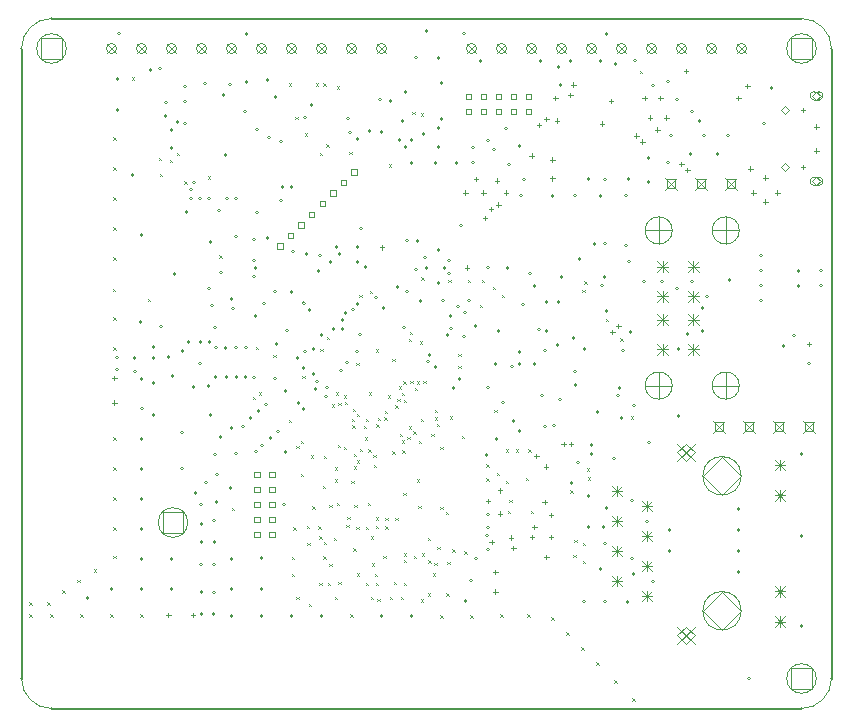
<source format=gbr>
G04 #@! TF.FileFunction,Other,Comment*
%FSLAX46Y46*%
G04 Gerber Fmt 4.6, Leading zero omitted, Abs format (unit mm)*
G04 Created by KiCad (PCBNEW 0.201505312246+5692~23~ubuntu14.04.1-product) date Mon 01 Jun 2015 02:51:44 AM PDT*
%MOMM*%
G01*
G04 APERTURE LIST*
%ADD10C,0.100000*%
G04 APERTURE END LIST*
D10*
X129514000Y-139045000D02*
G75*
G03X129514000Y-139045000I-1625000J0D01*
G01*
X127889002Y-137420000D02*
X126264000Y-139045003D01*
X129514000Y-139045000D02*
X127889002Y-137420000D01*
X127889000Y-140670000D02*
X129514000Y-139045000D01*
X126264000Y-139045003D02*
X127889000Y-140670000D01*
X129514002Y-127615001D02*
G75*
G03X129514002Y-127615001I-1625001J0D01*
G01*
X127889001Y-125989997D02*
X126263999Y-127615002D01*
X129513999Y-127615001D02*
X127889001Y-125989997D01*
X127889000Y-129240002D02*
X129513999Y-127615001D01*
X126263999Y-127615002D02*
X127889000Y-129240002D01*
X135869679Y-144780002D02*
G75*
G03X135869679Y-144780002I-1249678J0D01*
G01*
X133736300Y-143896000D02*
X133736300Y-145664000D01*
X135503701Y-143896002D02*
X133736300Y-143896000D01*
X135503700Y-145664000D02*
X135503701Y-143896002D01*
X133736300Y-145664000D02*
X135503700Y-145664000D01*
X82656679Y-131572000D02*
G75*
G03X82656679Y-131572000I-1249679J0D01*
G01*
X80522998Y-130687998D02*
X80523000Y-132456000D01*
X82290997Y-130688000D02*
X80522998Y-130687998D01*
X82291000Y-132456000D02*
X82290997Y-130688000D01*
X80523000Y-132456000D02*
X82291000Y-132456000D01*
X72369679Y-91440000D02*
G75*
G03X72369679Y-91440000I-1249679J0D01*
G01*
X70236000Y-90556300D02*
X70235998Y-92323700D01*
X72004000Y-90556300D02*
X70236000Y-90556300D01*
X72004002Y-92323700D02*
X72004000Y-90556300D01*
X70235998Y-92323700D02*
X72004002Y-92323700D01*
X135869678Y-91440001D02*
G75*
G03X135869678Y-91440001I-1249680J0D01*
G01*
X133736300Y-90556300D02*
X133736300Y-92323698D01*
X135503700Y-90556300D02*
X133736300Y-90556300D01*
X135503701Y-92323698D02*
X135503700Y-90556300D01*
X133736300Y-92323698D02*
X135503701Y-92323698D01*
X123676003Y-119980997D02*
G75*
G03X123676003Y-119980997I-1150003J0D01*
G01*
X122525998Y-118830998D02*
X122526000Y-121131000D01*
X123676000Y-119980998D02*
X121376000Y-119980998D01*
X129356001Y-119981000D02*
G75*
G03X129356001Y-119981000I-1150000J0D01*
G01*
X128206000Y-118831001D02*
X128206000Y-121131000D01*
X129356000Y-119981000D02*
X127055999Y-119981001D01*
X123675998Y-106841002D02*
G75*
G03X123675998Y-106841002I-1149997J0D01*
G01*
X122526002Y-105691000D02*
X122526003Y-107990999D01*
X123675997Y-106841000D02*
X121375998Y-106840999D01*
X129356002Y-106841000D02*
G75*
G03X129356002Y-106841000I-1150002J0D01*
G01*
X128206002Y-105690999D02*
X128206000Y-107991002D01*
X129356001Y-106841000D02*
X127055999Y-106841000D01*
X124839000Y-140385003D02*
X124089002Y-141135003D01*
X125589001Y-141135000D02*
X124839000Y-140385003D01*
X124839003Y-141884999D02*
X125589001Y-141135000D01*
X124089002Y-141135003D02*
X124839003Y-141884999D01*
X125589000Y-141885002D02*
X124089000Y-140385000D01*
X125589000Y-140385000D02*
X124088997Y-141884999D01*
X124839000Y-124894997D02*
X124089001Y-125645000D01*
X125589001Y-125645000D02*
X124839000Y-124894997D01*
X124839002Y-126395000D02*
X125589001Y-125645000D01*
X124089001Y-125645000D02*
X124839002Y-126395000D01*
X125589001Y-126395000D02*
X124088998Y-124895002D01*
X125589000Y-124895000D02*
X124089000Y-126395000D01*
X127275798Y-123085000D02*
X127275800Y-123803000D01*
X127994201Y-123085001D02*
X127275798Y-123085000D01*
X127994197Y-123802998D02*
X127994201Y-123085001D01*
X127275800Y-123803000D02*
X127994197Y-123802998D01*
X128143001Y-123952001D02*
X127127000Y-122936000D01*
X128142998Y-122936001D02*
X127127001Y-123952000D01*
X129815800Y-123084998D02*
X129815799Y-123803003D01*
X130534200Y-123085000D02*
X129815800Y-123084998D01*
X130534201Y-123802998D02*
X130534200Y-123085000D01*
X129815799Y-123803003D02*
X130534201Y-123802998D01*
X130683000Y-123952002D02*
X129667000Y-122936000D01*
X130683002Y-122936002D02*
X129667001Y-123951999D01*
X132355800Y-123085002D02*
X132355800Y-123802998D01*
X133074202Y-123085000D02*
X132355800Y-123085002D01*
X133074201Y-123803002D02*
X133074202Y-123085000D01*
X132355800Y-123802998D02*
X133074201Y-123803002D01*
X133223000Y-123952000D02*
X132207003Y-122936001D01*
X133223000Y-122936000D02*
X132206998Y-123952002D01*
X134895800Y-123085000D02*
X134895796Y-123803001D01*
X135614198Y-123085000D02*
X134895800Y-123085000D01*
X135614202Y-123803001D02*
X135614198Y-123085000D01*
X134895796Y-123803001D02*
X135614202Y-123803001D01*
X135763001Y-123951999D02*
X134747000Y-122936000D01*
X135762997Y-122936000D02*
X134747002Y-123951999D01*
X123211803Y-102510800D02*
X123211802Y-103229199D01*
X123930200Y-102510800D02*
X123211803Y-102510800D01*
X123930201Y-103229200D02*
X123930200Y-102510800D01*
X123211802Y-103229199D02*
X123930201Y-103229200D01*
X124079000Y-103378000D02*
X123063000Y-102362000D01*
X124078997Y-102362000D02*
X123063000Y-103378000D01*
X125751802Y-102510799D02*
X125751799Y-103229202D01*
X126470201Y-102510799D02*
X125751802Y-102510799D01*
X126470201Y-103229202D02*
X126470201Y-102510799D01*
X125751799Y-103229202D02*
X126470201Y-103229202D01*
X126618997Y-103378000D02*
X125603000Y-102362000D01*
X126619000Y-102362000D02*
X125603003Y-103377999D01*
X128291800Y-102510802D02*
X128291799Y-103229202D01*
X129010200Y-102510797D02*
X128291800Y-102510802D01*
X129010203Y-103229198D02*
X129010200Y-102510797D01*
X128291799Y-103229202D02*
X129010203Y-103229198D01*
X129159000Y-103378000D02*
X128143000Y-102362000D01*
X129159000Y-102362000D02*
X128143000Y-103378000D01*
X132788999Y-139509999D02*
X132789001Y-140409999D01*
X133238999Y-139959998D02*
X132339000Y-139960002D01*
X133239001Y-140410000D02*
X132339000Y-139510000D01*
X133239001Y-139510002D02*
X132339000Y-140410000D01*
X121538999Y-137345002D02*
X121539002Y-138245003D01*
X121989000Y-137794999D02*
X121089000Y-137795000D01*
X121989001Y-138245001D02*
X121089002Y-137344999D01*
X121989003Y-137344999D02*
X121089000Y-138245003D01*
X132789000Y-136960000D02*
X132789002Y-137860000D01*
X133239002Y-137410002D02*
X132339000Y-137410000D01*
X133238999Y-137860000D02*
X132339000Y-136960000D01*
X133238998Y-136959999D02*
X132339000Y-137860003D01*
X118999000Y-136075000D02*
X118999000Y-136975000D01*
X119449000Y-136524999D02*
X118548998Y-136525001D01*
X119449000Y-136975002D02*
X118549002Y-136075000D01*
X119449000Y-136075000D02*
X118549000Y-136975000D01*
X121539000Y-134804998D02*
X121539000Y-135705000D01*
X121989001Y-135254997D02*
X121089001Y-135255002D01*
X121989000Y-135705000D02*
X121089000Y-134805000D01*
X121989000Y-134805000D02*
X121089002Y-135704998D01*
X118999000Y-133535000D02*
X118998999Y-134434997D01*
X119449001Y-133985000D02*
X118549002Y-133984999D01*
X119449000Y-134435000D02*
X118549003Y-133535001D01*
X119449002Y-133534998D02*
X118548997Y-134435002D01*
X121538999Y-132265003D02*
X121539000Y-133165000D01*
X121989000Y-132715000D02*
X121089001Y-132715003D01*
X121989000Y-133165000D02*
X121089000Y-132264999D01*
X121989000Y-132264997D02*
X121089001Y-133165002D01*
X118999000Y-130995002D02*
X118999000Y-131895000D01*
X119448997Y-131445000D02*
X118548997Y-131444999D01*
X119449001Y-131895001D02*
X118548997Y-130995001D01*
X119449000Y-130995001D02*
X118548999Y-131894998D01*
X121539000Y-129724997D02*
X121539000Y-130625000D01*
X121989002Y-130175000D02*
X121089001Y-130174998D01*
X121989000Y-130624999D02*
X121089000Y-129725000D01*
X121988998Y-129725001D02*
X121088999Y-130624998D01*
X132789000Y-128810000D02*
X132789001Y-129710001D01*
X133239003Y-129260000D02*
X132338998Y-129260000D01*
X133239000Y-129709999D02*
X132339000Y-128810000D01*
X133238999Y-128810000D02*
X132339001Y-129709998D01*
X118999000Y-128455000D02*
X118999000Y-129355000D01*
X119449002Y-128905000D02*
X118549000Y-128905000D01*
X119449000Y-129355001D02*
X118548997Y-128454998D01*
X119449001Y-128454999D02*
X118549000Y-129355000D01*
X132788999Y-126259999D02*
X132789000Y-127160000D01*
X133239000Y-126710000D02*
X132339000Y-126710000D01*
X133239002Y-127159999D02*
X132339000Y-126260000D01*
X133239000Y-126259997D02*
X132339001Y-127159998D01*
X122876000Y-116461000D02*
X122876001Y-117361002D01*
X123325999Y-116911000D02*
X122425999Y-116911002D01*
X123326000Y-117360999D02*
X122426000Y-116461000D01*
X123326000Y-116461000D02*
X122426000Y-117361000D01*
X125476000Y-116461002D02*
X125476001Y-117360997D01*
X125926000Y-116911001D02*
X125026000Y-116911001D01*
X125926001Y-117361003D02*
X125025999Y-116460999D01*
X125926000Y-116461000D02*
X125026001Y-117361003D01*
X122875999Y-113961001D02*
X122876002Y-114861003D01*
X123326000Y-114411000D02*
X122426000Y-114411000D01*
X123325999Y-114860997D02*
X122425999Y-113960999D01*
X123325999Y-113961000D02*
X122425999Y-114861001D01*
X125475998Y-113961000D02*
X125476000Y-114860998D01*
X125926000Y-114410999D02*
X125026001Y-114410999D01*
X125926002Y-114861001D02*
X125026001Y-113960998D01*
X125926001Y-113961000D02*
X125026000Y-114861002D01*
X122876001Y-111961002D02*
X122876000Y-112861001D01*
X123326000Y-112411000D02*
X122425998Y-112410997D01*
X123326000Y-112861002D02*
X122426000Y-111961000D01*
X123326000Y-111961000D02*
X122426003Y-112860999D01*
X125476001Y-111961003D02*
X125475999Y-112861001D01*
X125926000Y-112411000D02*
X125026000Y-112411000D01*
X125926001Y-112861001D02*
X125026000Y-111961000D01*
X125926001Y-111960998D02*
X125026000Y-112861000D01*
X122876000Y-109461000D02*
X122876000Y-110361000D01*
X123325998Y-109910998D02*
X122426002Y-109911000D01*
X123326000Y-110361000D02*
X122426002Y-109461001D01*
X123326001Y-109461000D02*
X122425997Y-110361000D01*
X125476000Y-109461001D02*
X125476000Y-110361000D01*
X125926000Y-109910997D02*
X125025998Y-109911000D01*
X125926000Y-110361000D02*
X125026000Y-109460997D01*
X125926000Y-109461000D02*
X125026000Y-110361000D01*
X76619001Y-91439999D02*
G75*
G03X76619001Y-91439999I-419001J0D01*
G01*
X76619002Y-91859000D02*
X75781002Y-91020999D01*
X76619000Y-91020999D02*
X75780997Y-91859003D01*
X79159000Y-91440000D02*
G75*
G03X79159000Y-91440000I-419000J0D01*
G01*
X79159000Y-91859000D02*
X78321001Y-91021002D01*
X79159000Y-91021000D02*
X78321000Y-91858998D01*
X81699002Y-91439998D02*
G75*
G03X81699002Y-91439998I-419004J0D01*
G01*
X81699000Y-91859000D02*
X80861000Y-91021000D01*
X81698997Y-91021000D02*
X80860998Y-91858997D01*
X84239001Y-91440000D02*
G75*
G03X84239001Y-91440000I-418999J0D01*
G01*
X84239000Y-91859000D02*
X83401001Y-91021002D01*
X84239004Y-91021000D02*
X83401002Y-91858999D01*
X86778998Y-91440001D02*
G75*
G03X86778998Y-91440001I-419000J0D01*
G01*
X86779003Y-91859002D02*
X85941000Y-91021000D01*
X86779002Y-91020999D02*
X85941000Y-91859000D01*
X89319004Y-91440000D02*
G75*
G03X89319004Y-91440000I-419004J0D01*
G01*
X89319001Y-91859000D02*
X88481000Y-91020999D01*
X89319001Y-91021002D02*
X88481000Y-91859000D01*
X91859002Y-91439999D02*
G75*
G03X91859002Y-91439999I-419001J0D01*
G01*
X91859000Y-91859000D02*
X91020998Y-91020999D01*
X91858998Y-91021001D02*
X91021000Y-91859000D01*
X94399003Y-91439997D02*
G75*
G03X94399003Y-91439997I-419005J0D01*
G01*
X94398997Y-91859003D02*
X93560998Y-91020998D01*
X94399001Y-91020999D02*
X93561000Y-91859002D01*
X96938999Y-91440002D02*
G75*
G03X96938999Y-91440002I-418998J0D01*
G01*
X96938999Y-91858999D02*
X96101000Y-91021000D01*
X96939000Y-91021002D02*
X96101001Y-91859002D01*
X99479001Y-91439999D02*
G75*
G03X99479001Y-91439999I-419001J0D01*
G01*
X99479000Y-91859000D02*
X98640998Y-91021002D01*
X99479000Y-91021000D02*
X98641000Y-91859000D01*
X107098996Y-91440003D02*
G75*
G03X107098996Y-91440003I-418997J0D01*
G01*
X107098997Y-91859002D02*
X106261000Y-91021000D01*
X107098999Y-91021000D02*
X106261000Y-91859000D01*
X109638995Y-91440003D02*
G75*
G03X109638995Y-91440003I-418997J0D01*
G01*
X109639003Y-91859000D02*
X108801001Y-91021001D01*
X109639000Y-91021000D02*
X108801000Y-91859001D01*
X112179002Y-91439998D02*
G75*
G03X112179002Y-91439998I-419002J0D01*
G01*
X112178999Y-91859001D02*
X111341000Y-91020999D01*
X112179000Y-91021000D02*
X111340997Y-91859001D01*
X114719000Y-91440000D02*
G75*
G03X114719000Y-91440000I-419000J0D01*
G01*
X114718997Y-91859001D02*
X113881000Y-91021000D01*
X114719000Y-91021001D02*
X113880997Y-91858999D01*
X117259001Y-91440000D02*
G75*
G03X117259001Y-91440000I-418999J0D01*
G01*
X117259000Y-91859000D02*
X116421001Y-91021001D01*
X117259000Y-91021000D02*
X116421000Y-91859000D01*
X119798999Y-91439999D02*
G75*
G03X119798999Y-91439999I-419002J0D01*
G01*
X119799000Y-91859000D02*
X118961000Y-91021000D01*
X119799000Y-91021001D02*
X118961000Y-91859002D01*
X122338998Y-91440000D02*
G75*
G03X122338998Y-91440000I-419000J0D01*
G01*
X122339000Y-91859000D02*
X121501000Y-91021000D01*
X122339002Y-91021001D02*
X121501000Y-91859000D01*
X124879002Y-91439998D02*
G75*
G03X124879002Y-91439998I-419001J0D01*
G01*
X124879000Y-91859000D02*
X124041000Y-91021000D01*
X124879000Y-91021000D02*
X124041003Y-91858999D01*
X127419000Y-91439998D02*
G75*
G03X127419000Y-91439998I-419002J0D01*
G01*
X127419000Y-91859000D02*
X126580998Y-91021002D01*
X127418998Y-91021001D02*
X126581000Y-91859000D01*
X129959000Y-91440000D02*
G75*
G03X129959000Y-91440000I-419000J0D01*
G01*
X129958998Y-91859001D02*
X129120999Y-91021003D01*
X129958997Y-91020998D02*
X129121000Y-91859000D01*
X136089998Y-102335000D02*
G75*
G02X136090002Y-103035000I2J-350000D01*
G01*
X135690000Y-103034996D02*
G75*
G02X135690000Y-102335000I0J349998D01*
G01*
X136090002Y-103035000D02*
X135690000Y-103035000D01*
X136090002Y-102335002D02*
X135690000Y-102335000D01*
X135889999Y-102335000D02*
X135540000Y-102685000D01*
X136240000Y-102685000D02*
X135889999Y-102335000D01*
X135890000Y-103035000D02*
X136240000Y-102685000D01*
X135540000Y-102685000D02*
X135890000Y-103035000D01*
X133240000Y-101135000D02*
X132890000Y-101485003D01*
X133590001Y-101485002D02*
X133240000Y-101135000D01*
X133239997Y-101834999D02*
X133590001Y-101485002D01*
X132890000Y-101485003D02*
X133239997Y-101834999D01*
X133240003Y-96285000D02*
X132889997Y-96635001D01*
X133589998Y-96634999D02*
X133240003Y-96285000D01*
X133240000Y-96985000D02*
X133589998Y-96634999D01*
X132889997Y-96635001D02*
X133240000Y-96985000D01*
X136090000Y-95085000D02*
G75*
G02X136090000Y-95785000I0J-350000D01*
G01*
X135690000Y-95785000D02*
G75*
G02X135690000Y-95085000I0J350000D01*
G01*
X136090000Y-95785000D02*
X135690000Y-95785000D01*
X136090000Y-95085000D02*
X135690000Y-95085000D01*
X135890000Y-95085000D02*
X135540000Y-95435000D01*
X136240000Y-95435000D02*
X135890000Y-95085000D01*
X135889998Y-95784999D02*
X136240000Y-95435000D01*
X135540000Y-95435000D02*
X135889998Y-95784999D01*
X88294000Y-132363001D02*
X88293999Y-132813000D01*
X88743998Y-132363002D02*
X88294000Y-132363001D01*
X88743998Y-132812999D02*
X88743998Y-132363002D01*
X88293999Y-132813000D02*
X88743998Y-132812999D01*
X89564000Y-132363000D02*
X89564000Y-132813000D01*
X90014002Y-132362998D02*
X89564000Y-132363000D01*
X90014001Y-132813001D02*
X90014002Y-132362998D01*
X89564000Y-132813000D02*
X90014001Y-132813001D01*
X88294000Y-131093000D02*
X88294002Y-131542997D01*
X88743998Y-131093000D02*
X88294000Y-131093000D01*
X88744000Y-131543000D02*
X88743998Y-131093000D01*
X88294002Y-131542997D02*
X88744000Y-131543000D01*
X89564002Y-131093000D02*
X89564000Y-131543000D01*
X90014000Y-131093000D02*
X89564002Y-131093000D01*
X90013998Y-131543002D02*
X90014000Y-131093000D01*
X89564000Y-131543000D02*
X90013998Y-131543002D01*
X88294000Y-129823002D02*
X88294004Y-130272999D01*
X88744002Y-129822998D02*
X88294000Y-129823002D01*
X88744001Y-130273000D02*
X88744002Y-129822998D01*
X88294004Y-130272999D02*
X88744001Y-130273000D01*
X89563999Y-129823001D02*
X89564002Y-130272999D01*
X90014001Y-129823002D02*
X89563999Y-129823001D01*
X90014001Y-130272998D02*
X90014001Y-129823002D01*
X89564002Y-130272999D02*
X90014001Y-130272998D01*
X88293997Y-128552998D02*
X88294000Y-129003000D01*
X88743999Y-128552998D02*
X88293997Y-128552998D01*
X88744001Y-129003000D02*
X88743999Y-128552998D01*
X88294000Y-129003000D02*
X88744001Y-129003000D01*
X89564003Y-128552999D02*
X89564000Y-129003000D01*
X90014000Y-128553000D02*
X89564003Y-128552999D01*
X90014000Y-129003000D02*
X90014000Y-128553000D01*
X89564000Y-129003000D02*
X90014000Y-129003000D01*
X88294000Y-127283000D02*
X88293998Y-127733000D01*
X88744001Y-127283000D02*
X88294000Y-127283000D01*
X88744000Y-127732997D02*
X88744001Y-127283000D01*
X88293998Y-127733000D02*
X88744000Y-127732997D01*
X89564000Y-127283000D02*
X89564001Y-127733000D01*
X90014000Y-127283001D02*
X89564000Y-127283000D01*
X90014000Y-127733000D02*
X90014000Y-127283001D01*
X89564001Y-127733000D02*
X90014000Y-127733000D01*
X90231000Y-107947603D02*
X90230998Y-108396600D01*
X90680000Y-107947600D02*
X90231000Y-107947603D01*
X90680003Y-108396599D02*
X90680000Y-107947600D01*
X90230998Y-108396600D02*
X90680003Y-108396599D01*
X91129001Y-107049602D02*
X91128998Y-107498600D01*
X91578000Y-107049600D02*
X91129001Y-107049602D01*
X91578003Y-107498600D02*
X91578000Y-107049600D01*
X91128998Y-107498600D02*
X91578003Y-107498600D01*
X92027002Y-106151502D02*
X92027000Y-106600500D01*
X92476000Y-106151500D02*
X92027002Y-106151502D01*
X92476001Y-106600501D02*
X92476000Y-106151500D01*
X92027000Y-106600500D02*
X92476001Y-106600501D01*
X92925000Y-105253499D02*
X92924999Y-105702503D01*
X93373999Y-105253501D02*
X92925000Y-105253499D01*
X93374000Y-105702500D02*
X93373999Y-105253501D01*
X92924999Y-105702503D02*
X93374000Y-105702500D01*
X93823996Y-104355501D02*
X93824000Y-104804500D01*
X94272998Y-104355502D02*
X93823996Y-104355501D01*
X94273000Y-104804501D02*
X94272998Y-104355502D01*
X93824000Y-104804500D02*
X94273000Y-104804501D01*
X94722000Y-103457500D02*
X94722000Y-103906500D01*
X95170998Y-103457500D02*
X94722000Y-103457500D01*
X95171003Y-103906501D02*
X95170998Y-103457500D01*
X94722000Y-103906500D02*
X95171003Y-103906501D01*
X95620001Y-102559403D02*
X95620000Y-103008400D01*
X96069000Y-102559401D02*
X95620001Y-102559403D01*
X96069000Y-103008400D02*
X96069000Y-102559401D01*
X95620000Y-103008400D02*
X96069000Y-103008400D01*
X96518001Y-101661399D02*
X96518000Y-102110400D01*
X96967000Y-101661401D02*
X96518001Y-101661399D01*
X96966999Y-102110402D02*
X96967000Y-101661401D01*
X96518000Y-102110400D02*
X96966999Y-102110402D01*
X106201003Y-96549499D02*
X106201002Y-96998499D01*
X106650998Y-96549502D02*
X106201003Y-96549499D01*
X106651002Y-96998500D02*
X106650998Y-96549502D01*
X106201002Y-96998499D02*
X106651002Y-96998500D01*
X107471000Y-96549500D02*
X107470997Y-96998502D01*
X107921000Y-96549498D02*
X107471000Y-96549500D01*
X107921000Y-96998499D02*
X107921000Y-96549498D01*
X107470997Y-96998502D02*
X107921000Y-96998499D01*
X108741000Y-96549500D02*
X108741000Y-96998500D01*
X109191001Y-96549499D02*
X108741000Y-96549500D01*
X109191000Y-96998500D02*
X109191001Y-96549499D01*
X108741000Y-96998500D02*
X109191000Y-96998500D01*
X110010997Y-96549499D02*
X110010999Y-96998499D01*
X110461000Y-96549500D02*
X110010997Y-96549499D01*
X110461002Y-96998500D02*
X110461000Y-96549500D01*
X110010999Y-96998499D02*
X110461002Y-96998500D01*
X111281000Y-96549500D02*
X111281000Y-96998501D01*
X111730999Y-96549502D02*
X111281000Y-96549500D01*
X111731000Y-96998500D02*
X111730999Y-96549502D01*
X111281000Y-96998501D02*
X111731000Y-96998500D01*
X106201003Y-95279500D02*
X106201002Y-95728499D01*
X106651002Y-95279500D02*
X106201003Y-95279500D01*
X106650999Y-95728502D02*
X106651002Y-95279500D01*
X106201002Y-95728499D02*
X106650999Y-95728502D01*
X107471000Y-95279500D02*
X107471000Y-95728499D01*
X107920998Y-95279500D02*
X107471000Y-95279500D01*
X107921001Y-95728500D02*
X107920998Y-95279500D01*
X107471000Y-95728499D02*
X107921001Y-95728500D01*
X108741000Y-95279500D02*
X108740998Y-95728500D01*
X109191001Y-95279501D02*
X108741000Y-95279500D01*
X109191001Y-95728498D02*
X109191001Y-95279501D01*
X108740998Y-95728500D02*
X109191001Y-95728498D01*
X110011000Y-95279499D02*
X110010998Y-95728502D01*
X110461000Y-95279500D02*
X110011000Y-95279499D01*
X110461002Y-95728502D02*
X110461000Y-95279500D01*
X110010998Y-95728502D02*
X110461002Y-95728502D01*
X111281000Y-95279502D02*
X111281001Y-95728499D01*
X111731000Y-95279500D02*
X111281000Y-95279502D01*
X111730999Y-95728498D02*
X111731000Y-95279500D01*
X111281001Y-95728499D02*
X111730999Y-95728498D01*
X81025998Y-139192000D02*
X81025998Y-139573001D01*
X81216998Y-139382001D02*
X80836000Y-139381999D01*
X83121999Y-139191998D02*
X83122003Y-139572999D01*
X83312000Y-139381997D02*
X82931000Y-139381998D01*
X108711998Y-137223003D02*
X108712000Y-137604001D01*
X108902000Y-137414000D02*
X108521002Y-137414001D01*
X108712000Y-135572000D02*
X108712000Y-135953000D01*
X108902002Y-135763000D02*
X108521000Y-135763001D01*
X113029999Y-134302001D02*
X113029997Y-134682998D01*
X113221000Y-134493002D02*
X112839999Y-134493002D01*
X110236000Y-133540000D02*
X110236000Y-133920999D01*
X110426999Y-133730998D02*
X110045999Y-133730999D01*
X108394997Y-133032001D02*
X108394999Y-133413001D01*
X108585000Y-133222999D02*
X108204000Y-133223001D01*
X110046000Y-132651000D02*
X110046000Y-133032000D01*
X110236003Y-132842002D02*
X109854997Y-132842001D01*
X111824000Y-132588000D02*
X111824001Y-132969000D01*
X112014000Y-132778000D02*
X111633001Y-132778002D01*
X113411000Y-132588000D02*
X113411000Y-132969000D01*
X113602001Y-132777997D02*
X113221000Y-132778000D01*
X112014000Y-131761998D02*
X112014000Y-132143998D01*
X112205000Y-131953000D02*
X111823998Y-131953001D01*
X113410997Y-130746001D02*
X113411003Y-131127000D01*
X113601999Y-130937002D02*
X113221000Y-130937000D01*
X109092998Y-130619002D02*
X109093000Y-131000000D01*
X109283000Y-130810000D02*
X108902000Y-130810000D01*
X112864000Y-129651000D02*
X112864000Y-130032000D01*
X113055000Y-129841000D02*
X112674000Y-129841000D01*
X108076997Y-129540002D02*
X108076998Y-129920997D01*
X108268000Y-129730000D02*
X107886997Y-129730001D01*
X109092998Y-128651002D02*
X109093000Y-129032000D01*
X109282998Y-128840998D02*
X108902000Y-128841000D01*
X113009002Y-126639998D02*
X113009002Y-127020998D01*
X113199000Y-126831002D02*
X112817999Y-126831003D01*
X112179999Y-125754996D02*
X112180000Y-126136000D01*
X112370000Y-125945000D02*
X111989000Y-125945000D01*
X114491001Y-124713999D02*
X114491001Y-125095001D01*
X114680999Y-124903999D02*
X114299998Y-124904000D01*
X115125002Y-124714001D02*
X115125000Y-125095000D01*
X115316002Y-124904000D02*
X114934998Y-124904000D01*
X76454000Y-121221000D02*
X76454002Y-121602000D01*
X76644999Y-121411998D02*
X76264000Y-121412000D01*
X76454000Y-119126000D02*
X76453999Y-119507003D01*
X76645003Y-119316999D02*
X76264003Y-119317000D01*
X135255002Y-116269000D02*
X135254997Y-116650001D01*
X135445501Y-116459000D02*
X135064499Y-116459003D01*
X118618002Y-115252000D02*
X118618003Y-115633000D01*
X118808000Y-115443003D02*
X118427003Y-115443001D01*
X119125999Y-114744001D02*
X119126001Y-115125001D01*
X119316999Y-114935000D02*
X118935999Y-114934999D01*
X106299000Y-109791500D02*
X106299000Y-110172500D01*
X106490000Y-109982000D02*
X106109001Y-109982000D01*
X99124000Y-108077002D02*
X99124000Y-108458000D01*
X99314001Y-108267503D02*
X98933001Y-108267502D01*
X107823000Y-105600500D02*
X107823000Y-105981500D01*
X108014001Y-105791001D02*
X107633000Y-105790999D01*
X108331000Y-104838500D02*
X108330999Y-105219499D01*
X108521000Y-105029000D02*
X108140000Y-105029000D01*
X108966000Y-104457500D02*
X108966000Y-104838500D01*
X109157000Y-104648001D02*
X108776003Y-104647999D01*
X131572000Y-104203500D02*
X131572000Y-104584500D01*
X131762500Y-104394000D02*
X131381502Y-104393998D01*
X106172000Y-103441500D02*
X106172000Y-103822500D01*
X106363000Y-103632000D02*
X105981997Y-103632000D01*
X107695998Y-103441502D02*
X107696003Y-103822500D01*
X107887001Y-103632002D02*
X107506000Y-103631999D01*
X109601000Y-103441500D02*
X109601002Y-103822502D01*
X109791998Y-103632002D02*
X109411003Y-103632002D01*
X130556001Y-103441498D02*
X130556001Y-103822498D01*
X130746500Y-103631998D02*
X130365499Y-103631998D01*
X132587999Y-103441499D02*
X132587997Y-103822502D01*
X132778499Y-103632001D02*
X132397503Y-103632002D01*
X108839000Y-102425500D02*
X108838997Y-102806501D01*
X109030002Y-102615997D02*
X108649000Y-102616000D01*
X107061000Y-102298501D02*
X107060998Y-102679501D01*
X107252000Y-102489002D02*
X106871000Y-102489000D01*
X113538000Y-102255300D02*
X113538000Y-102636300D01*
X113729000Y-102445800D02*
X113348000Y-102445800D01*
X131572004Y-102171502D02*
X131571999Y-102552501D01*
X131762501Y-102362003D02*
X131381502Y-102362002D01*
X124967999Y-101536498D02*
X124968000Y-101917498D01*
X125158500Y-101726998D02*
X124777503Y-101726997D01*
X130302000Y-101409500D02*
X130301997Y-101790502D01*
X130492498Y-101600000D02*
X130111498Y-101600000D01*
X134746999Y-101282502D02*
X134747000Y-101663501D01*
X134937498Y-101473000D02*
X134556499Y-101473001D01*
X124460000Y-101028496D02*
X124460000Y-101409498D01*
X124650498Y-101219001D02*
X124269500Y-101218997D01*
X113537997Y-100647499D02*
X113538000Y-101028500D01*
X113729001Y-100837999D02*
X113347997Y-100838000D01*
X111767000Y-100312500D02*
X111767000Y-100693500D01*
X111957000Y-100503000D02*
X111576000Y-100503000D01*
X135890000Y-99885500D02*
X135890000Y-100266500D01*
X136080500Y-100076000D02*
X135699500Y-100076000D01*
X121158002Y-99123500D02*
X121157998Y-99504502D01*
X121348501Y-99314000D02*
X120968002Y-99314000D01*
X120650002Y-98615500D02*
X120650001Y-98996497D01*
X120841001Y-98806004D02*
X120460002Y-98806002D01*
X122428000Y-98107500D02*
X122427998Y-98488498D01*
X122618500Y-98298002D02*
X122237500Y-98298000D01*
X135889998Y-97853498D02*
X135890000Y-98234499D01*
X136080500Y-98044000D02*
X135699502Y-98044000D01*
X112400000Y-97731700D02*
X112400000Y-98112699D01*
X112591000Y-97922200D02*
X112209997Y-97922201D01*
X117729001Y-97599502D02*
X117729001Y-97980502D01*
X117919999Y-97790003D02*
X117539001Y-97790002D01*
X113919001Y-97345503D02*
X113919001Y-97726498D01*
X114110002Y-97536000D02*
X113729002Y-97535999D01*
X113029997Y-97218500D02*
X113030000Y-97599500D01*
X113221000Y-97409000D02*
X112840002Y-97408999D01*
X121792998Y-97091501D02*
X121792999Y-97472499D01*
X121983498Y-97281999D02*
X121602500Y-97282000D01*
X123189997Y-97091502D02*
X123189998Y-97472501D01*
X123380500Y-97282000D02*
X122999503Y-97282001D01*
X134747000Y-96456500D02*
X134747000Y-96837498D01*
X134937500Y-96647000D02*
X134556500Y-96647000D01*
X118490998Y-95694500D02*
X118491000Y-96075500D01*
X118682002Y-95885000D02*
X118301001Y-95885001D01*
X113774000Y-95440500D02*
X113773998Y-95821500D01*
X113965000Y-95631000D02*
X113584000Y-95631000D01*
X121348501Y-95440500D02*
X121348500Y-95821500D01*
X121539000Y-95631003D02*
X121158000Y-95631000D01*
X122682000Y-95440500D02*
X122681997Y-95821498D01*
X122872499Y-95630999D02*
X122491498Y-95631000D01*
X129286000Y-95440500D02*
X129286000Y-95821500D01*
X129476500Y-95631000D02*
X129095500Y-95630997D01*
X115061998Y-95186503D02*
X115061999Y-95567501D01*
X115253001Y-95377002D02*
X114872002Y-95377002D01*
X130048000Y-94424500D02*
X130048000Y-94805500D01*
X130238497Y-94615001D02*
X129857500Y-94615000D01*
X115315996Y-94297500D02*
X115316000Y-94678499D01*
X115506001Y-94487998D02*
X115125000Y-94487998D01*
X124841002Y-93154501D02*
X124840998Y-93535500D01*
X125031500Y-93345000D02*
X124650498Y-93345002D01*
X130302000Y-144780000D02*
G75*
G03X130302000Y-144780000I-127000J0D01*
G01*
X134746996Y-140335001D02*
G75*
G03X134746996Y-140335001I-126999J0D01*
G01*
X86487000Y-139446001D02*
G75*
G03X86487000Y-139446001I-127001J0D01*
G01*
X89027000Y-139446000D02*
G75*
G03X89027000Y-139446000I-127000J0D01*
G01*
X91566997Y-139446001D02*
G75*
G03X91566997Y-139446001I-126999J0D01*
G01*
X94107003Y-139445997D02*
G75*
G03X94107003Y-139445997I-127003J0D01*
G01*
X99187002Y-139446001D02*
G75*
G03X99187002Y-139446001I-126999J0D01*
G01*
X101727001Y-139446000D02*
G75*
G03X101727001Y-139446000I-127001J0D01*
G01*
X83941003Y-139344999D02*
G75*
G03X83941003Y-139344999I-127002J0D01*
G01*
X84969003Y-139301999D02*
G75*
G03X84969003Y-139301999I-127003J0D01*
G01*
X116332000Y-138291000D02*
G75*
G03X116332000Y-138291000I-127000J0D01*
G01*
X118110002Y-138291000D02*
G75*
G03X118110002Y-138291000I-127000J0D01*
G01*
X120015001Y-138291000D02*
G75*
G03X120015001Y-138291000I-127001J0D01*
G01*
X106299001Y-138175999D02*
G75*
G03X106299001Y-138175999I-127001J0D01*
G01*
X74295003Y-137921997D02*
G75*
G03X74295003Y-137921997I-127004J0D01*
G01*
X83941000Y-137477000D02*
G75*
G03X83941000Y-137477000I-127000J0D01*
G01*
X85025997Y-137477000D02*
G75*
G03X85025997Y-137477000I-127000J0D01*
G01*
X89016003Y-137187000D02*
G75*
G03X89016003Y-137187000I-127000J0D01*
G01*
X76327006Y-137159997D02*
G75*
G03X76327006Y-137159997I-127005J0D01*
G01*
X78866999Y-137160003D02*
G75*
G03X78866999Y-137160003I-126998J0D01*
G01*
X81406997Y-137160001D02*
G75*
G03X81406997Y-137160001I-126997J0D01*
G01*
X86487000Y-137159997D02*
G75*
G03X86487000Y-137159997I-127001J0D01*
G01*
X122174003Y-136525000D02*
G75*
G03X122174003Y-136525000I-127000J0D01*
G01*
X106744000Y-136461000D02*
G75*
G03X106744000Y-136461000I-127000J0D01*
G01*
X120522999Y-135890003D02*
G75*
G03X120522999Y-135890003I-127000J0D01*
G01*
X129413001Y-135762999D02*
G75*
G03X129413001Y-135762999I-127001J0D01*
G01*
X117729007Y-135508998D02*
G75*
G03X117729007Y-135508998I-127004J0D01*
G01*
X83940999Y-135128000D02*
G75*
G03X83940999Y-135128000I-126999J0D01*
G01*
X85025998Y-135127999D02*
G75*
G03X85025998Y-135127999I-127000J0D01*
G01*
X78866996Y-134619999D02*
G75*
G03X78866996Y-134619999I-126999J0D01*
G01*
X81407001Y-134619998D02*
G75*
G03X81407001Y-134619998I-127003J0D01*
G01*
X86486999Y-134620001D02*
G75*
G03X86486999Y-134620001I-126998J0D01*
G01*
X107188001Y-134619997D02*
G75*
G03X107188001Y-134619997I-127003J0D01*
G01*
X120396006Y-134619997D02*
G75*
G03X120396006Y-134619997I-127004J0D01*
G01*
X89016000Y-134593000D02*
G75*
G03X89016000Y-134593000I-127000J0D01*
G01*
X123574800Y-133985000D02*
G75*
G03X123574800Y-133985000I-127002J0D01*
G01*
X129413000Y-133985000D02*
G75*
G03X129413000Y-133985000I-127000J0D01*
G01*
X108198997Y-133858001D02*
G75*
G03X108198997Y-133858001I-126999J0D01*
G01*
X118109999Y-133359000D02*
G75*
G03X118109999Y-133359000I-126999J0D01*
G01*
X83941002Y-133223000D02*
G75*
G03X83941002Y-133223000I-127000J0D01*
G01*
X85025999Y-133222999D02*
G75*
G03X85025999Y-133222999I-126999J0D01*
G01*
X134747003Y-132714999D02*
G75*
G03X134747003Y-132714999I-127001J0D01*
G01*
X108102004Y-132664000D02*
G75*
G03X108102004Y-132664000I-127002J0D01*
G01*
X123574802Y-132206998D02*
G75*
G03X123574802Y-132206998I-127002J0D01*
G01*
X129412997Y-132207000D02*
G75*
G03X129412997Y-132207000I-126997J0D01*
G01*
X78867000Y-132080000D02*
G75*
G03X78867000Y-132080000I-127000J0D01*
G01*
X108190998Y-132018000D02*
G75*
G03X108190998Y-132018000I-127000J0D01*
G01*
X117982999Y-131952999D02*
G75*
G03X117982999Y-131952999I-126999J0D01*
G01*
X116727000Y-131939000D02*
G75*
G03X116727000Y-131939000I-127000J0D01*
G01*
X83941003Y-131699000D02*
G75*
G03X83941003Y-131699000I-127003J0D01*
G01*
X121666001Y-131444999D02*
G75*
G03X121666001Y-131444999I-127001J0D01*
G01*
X85026000Y-131380998D02*
G75*
G03X85026000Y-131380998I-127002J0D01*
G01*
X108204004Y-130872998D02*
G75*
G03X108204004Y-130872998I-127002J0D01*
G01*
X129413000Y-130429000D02*
G75*
G03X129413000Y-130429000I-127000J0D01*
G01*
X118236997Y-130302003D02*
G75*
G03X118236997Y-130302003I-126997J0D01*
G01*
X83941001Y-130047999D02*
G75*
G03X83941001Y-130047999I-127002J0D01*
G01*
X90932000Y-130048003D02*
G75*
G03X90932000Y-130048003I-126999J0D01*
G01*
X85216998Y-129793999D02*
G75*
G03X85216998Y-129793999I-127001J0D01*
G01*
X120396000Y-129667000D02*
G75*
G03X120396000Y-129667000I-127000J0D01*
G01*
X78867002Y-129539998D02*
G75*
G03X78867002Y-129539998I-127004J0D01*
G01*
X116712998Y-129286002D02*
G75*
G03X116712998Y-129286002I-126998J0D01*
G01*
X83439000Y-129032000D02*
G75*
G03X83439000Y-129032000I-127000J0D01*
G01*
X86375998Y-128635000D02*
G75*
G03X86375998Y-128635000I-126998J0D01*
G01*
X115261996Y-128197002D02*
G75*
G03X115261996Y-128197002I-126998J0D01*
G01*
X84299004Y-128171999D02*
G75*
G03X84299004Y-128171999I-127001J0D01*
G01*
X85285998Y-127498000D02*
G75*
G03X85285998Y-127498000I-126998J0D01*
G01*
X78867000Y-127000000D02*
G75*
G03X78867000Y-127000000I-127000J0D01*
G01*
X82296002Y-127000002D02*
G75*
G03X82296002Y-127000002I-127001J0D01*
G01*
X115824000Y-126492000D02*
G75*
G03X115824000Y-126492000I-127000J0D01*
G01*
X118871999Y-126111001D02*
G75*
G03X118871999Y-126111001I-126999J0D01*
G01*
X108077000Y-125857001D02*
G75*
G03X108077000Y-125857001I-127001J0D01*
G01*
X85089998Y-125793000D02*
G75*
G03X85089998Y-125793000I-126998J0D01*
G01*
X116991000Y-125754001D02*
G75*
G03X116991000Y-125754001I-127000J0D01*
G01*
X86868000Y-125730000D02*
G75*
G03X86868000Y-125730000I-127000J0D01*
G01*
X134747001Y-125730002D02*
G75*
G03X134747001Y-125730002I-127000J0D01*
G01*
X91034000Y-125602997D02*
G75*
G03X91034000Y-125602997I-127003J0D01*
G01*
X88583002Y-125540000D02*
G75*
G03X88583002Y-125540000I-127002J0D01*
G01*
X89090000Y-125031000D02*
G75*
G03X89090000Y-125031000I-127000J0D01*
G01*
X116966995Y-124968001D02*
G75*
G03X116966995Y-124968001I-126998J0D01*
G01*
X121811500Y-124787000D02*
G75*
G03X121811500Y-124787000I-127000J0D01*
G01*
X108914003Y-124472001D02*
G75*
G03X108914003Y-124472001I-127000J0D01*
G01*
X78866997Y-124460000D02*
G75*
G03X78866997Y-124460000I-126997J0D01*
G01*
X89789002Y-124397000D02*
G75*
G03X89789002Y-124397000I-127002J0D01*
G01*
X85534999Y-124333000D02*
G75*
G03X85534999Y-124333000I-126999J0D01*
G01*
X82296000Y-123951999D02*
G75*
G03X82296000Y-123951999I-126999J0D01*
G01*
X90424000Y-123824998D02*
G75*
G03X90424000Y-123824998I-126999J0D01*
G01*
X110871000Y-123825000D02*
G75*
G03X110871000Y-123825000I-127000J0D01*
G01*
X86487002Y-123570998D02*
G75*
G03X86487002Y-123570998I-127002J0D01*
G01*
X87439995Y-123444003D02*
G75*
G03X87439995Y-123444003I-126995J0D01*
G01*
X113029999Y-123443998D02*
G75*
G03X113029999Y-123443998I-127002J0D01*
G01*
X113791999Y-123317001D02*
G75*
G03X113791999Y-123317001I-126999J0D01*
G01*
X110362994Y-122999001D02*
G75*
G03X110362994Y-122999001I-126996J0D01*
G01*
X88074999Y-122745001D02*
G75*
G03X88074999Y-122745001I-126998J0D01*
G01*
X119507002Y-122681998D02*
G75*
G03X119507002Y-122681998I-127002J0D01*
G01*
X124333003Y-122555000D02*
G75*
G03X124333003Y-122555000I-127001J0D01*
G01*
X79883003Y-122427999D02*
G75*
G03X79883003Y-122427999I-127001J0D01*
G01*
X84708996Y-122428002D02*
G75*
G03X84708996Y-122428002I-126998J0D01*
G01*
X117475000Y-122174001D02*
G75*
G03X117475000Y-122174001I-126997J0D01*
G01*
X88773000Y-122110000D02*
G75*
G03X88773000Y-122110000I-127000J0D01*
G01*
X92544997Y-121958000D02*
G75*
G03X92544997Y-121958000I-127000J0D01*
G01*
X78891003Y-121895999D02*
G75*
G03X78891003Y-121895999I-127002J0D01*
G01*
X120586997Y-121666003D02*
G75*
G03X120586997Y-121666003I-126997J0D01*
G01*
X89408001Y-121539000D02*
G75*
G03X89408001Y-121539000I-127001J0D01*
G01*
X92135996Y-121472001D02*
G75*
G03X92135996Y-121472001I-126998J0D01*
G01*
X109474001Y-121412000D02*
G75*
G03X109474001Y-121412000I-127001J0D01*
G01*
X114299995Y-121158002D02*
G75*
G03X114299995Y-121158002I-126998J0D01*
G01*
X94487999Y-120903998D02*
G75*
G03X94487999Y-120903998I-127000J0D01*
G01*
X119243996Y-120827001D02*
G75*
G03X119243996Y-120827001I-126998J0D01*
G01*
X112776002Y-120777000D02*
G75*
G03X112776002Y-120777000I-127002J0D01*
G01*
X91059005Y-120396000D02*
G75*
G03X91059005Y-120396000I-127002J0D01*
G01*
X93602002Y-120279998D02*
G75*
G03X93602002Y-120279998I-127000J0D01*
G01*
X119347000Y-120200001D02*
G75*
G03X119347000Y-120200001I-126999J0D01*
G01*
X94601005Y-120141998D02*
G75*
G03X94601005Y-120141998I-127002J0D01*
G01*
X105283001Y-120142001D02*
G75*
G03X105283001Y-120142001I-127002J0D01*
G01*
X108181005Y-120142000D02*
G75*
G03X108181005Y-120142000I-127002J0D01*
G01*
X83248999Y-120078001D02*
G75*
G03X83248999Y-120078001I-127000J0D01*
G01*
X84519004Y-120014997D02*
G75*
G03X84519004Y-120014997I-127004J0D01*
G01*
X115633002Y-119951000D02*
G75*
G03X115633002Y-119951000I-127002J0D01*
G01*
X79883002Y-119761001D02*
G75*
G03X79883002Y-119761001I-126999J0D01*
G01*
X93726001Y-119634000D02*
G75*
G03X93726001Y-119634000I-127001J0D01*
G01*
X105791004Y-119443000D02*
G75*
G03X105791004Y-119443000I-127004J0D01*
G01*
X78867000Y-119380000D02*
G75*
G03X78867000Y-119380000I-127000J0D01*
G01*
X90170001Y-119380001D02*
G75*
G03X90170001Y-119380001I-127000J0D01*
G01*
X85154001Y-119253000D02*
G75*
G03X85154001Y-119253000I-127000J0D01*
G01*
X86043000Y-119253000D02*
G75*
G03X86043000Y-119253000I-127000J0D01*
G01*
X86931998Y-119253000D02*
G75*
G03X86931998Y-119253000I-126998J0D01*
G01*
X87693999Y-119253000D02*
G75*
G03X87693999Y-119253000I-126999J0D01*
G01*
X88391999Y-119253000D02*
G75*
G03X88391999Y-119253000I-127000J0D01*
G01*
X81471004Y-119189001D02*
G75*
G03X81471004Y-119189001I-127002J0D01*
G01*
X93445001Y-119017999D02*
G75*
G03X93445001Y-119017999I-127001J0D01*
G01*
X78295998Y-118808000D02*
G75*
G03X78295998Y-118808000I-127000J0D01*
G01*
X115586000Y-118779000D02*
G75*
G03X115586000Y-118779000I-127000J0D01*
G01*
X95758003Y-118681000D02*
G75*
G03X95758003Y-118681000I-127003J0D01*
G01*
X76772004Y-118623999D02*
G75*
G03X76772004Y-118623999I-127002J0D01*
G01*
X92582997Y-118491001D02*
G75*
G03X92582997Y-118491001I-126997J0D01*
G01*
X103744998Y-118415001D02*
G75*
G03X103744998Y-118415001I-126999J0D01*
G01*
X110235999Y-118364002D02*
G75*
G03X110235999Y-118364002I-126998J0D01*
G01*
X83820003Y-118110000D02*
G75*
G03X83820003Y-118110000I-127003J0D01*
G01*
X108838998Y-118110000D02*
G75*
G03X108838998Y-118110000I-126998J0D01*
G01*
X110871000Y-118110000D02*
G75*
G03X110871000Y-118110000I-127000J0D01*
G01*
X112141000Y-118110002D02*
G75*
G03X112141000Y-118110002I-127000J0D01*
G01*
X135381999Y-118110000D02*
G75*
G03X135381999Y-118110000I-126999J0D01*
G01*
X96265999Y-118046002D02*
G75*
G03X96265999Y-118046002I-126998J0D01*
G01*
X103133001Y-117972001D02*
G75*
G03X103133001Y-117972001I-126999J0D01*
G01*
X78270000Y-117664998D02*
G75*
G03X78270000Y-117664998I-127001J0D01*
G01*
X79883002Y-117602000D02*
G75*
G03X79883002Y-117602000I-127002J0D01*
G01*
X92075003Y-117601999D02*
G75*
G03X92075003Y-117601999I-127003J0D01*
G01*
X76771995Y-117596003D02*
G75*
G03X76771995Y-117596003I-126996J0D01*
G01*
X81153004Y-117538000D02*
G75*
G03X81153004Y-117538000I-127003J0D01*
G01*
X103251002Y-117348000D02*
G75*
G03X103251002Y-117348000I-127002J0D01*
G01*
X97104001Y-117093997D02*
G75*
G03X97104001Y-117093997I-127003J0D01*
G01*
X92710002Y-117094000D02*
G75*
G03X92710002Y-117094000I-127002J0D01*
G01*
X110870997Y-117094001D02*
G75*
G03X110870997Y-117094001I-126997J0D01*
G01*
X82359000Y-117031000D02*
G75*
G03X82359000Y-117031000I-127000J0D01*
G01*
X113030000Y-116967001D02*
G75*
G03X113030000Y-116967001I-126999J0D01*
G01*
X119634002Y-116967000D02*
G75*
G03X119634002Y-116967000I-126999J0D01*
G01*
X93442001Y-116900001D02*
G75*
G03X93442001Y-116900001I-127000J0D01*
G01*
X116391000Y-116899000D02*
G75*
G03X116391000Y-116899000I-127000J0D01*
G01*
X124333002Y-116840000D02*
G75*
G03X124333002Y-116840000I-127000J0D01*
G01*
X85154004Y-116776000D02*
G75*
G03X85154004Y-116776000I-127001J0D01*
G01*
X85979002Y-116776000D02*
G75*
G03X85979002Y-116776000I-127002J0D01*
G01*
X86868004Y-116776000D02*
G75*
G03X86868004Y-116776000I-127002J0D01*
G01*
X87694003Y-116775997D02*
G75*
G03X87694003Y-116775997I-127003J0D01*
G01*
X79883003Y-116712999D02*
G75*
G03X79883003Y-116712999I-127001J0D01*
G01*
X133223000Y-116586000D02*
G75*
G03X133223000Y-116586000I-127000J0D01*
G01*
X114088999Y-116559001D02*
G75*
G03X114088999Y-116559001I-126999J0D01*
G01*
X90288994Y-116467003D02*
G75*
G03X90288994Y-116467003I-126994J0D01*
G01*
X82867998Y-116269002D02*
G75*
G03X82867998Y-116269002I-126998J0D01*
G01*
X83883002Y-116268997D02*
G75*
G03X83883002Y-116268997I-127002J0D01*
G01*
X84645003Y-116269000D02*
G75*
G03X84645003Y-116269000I-127003J0D01*
G01*
X115442993Y-115951003D02*
G75*
G03X115442993Y-115951003I-126994J0D01*
G01*
X106172000Y-115824000D02*
G75*
G03X106172000Y-115824000I-127000J0D01*
G01*
X94107001Y-115696999D02*
G75*
G03X94107001Y-115696999I-127001J0D01*
G01*
X104775002Y-115697001D02*
G75*
G03X104775002Y-115697001I-126999J0D01*
G01*
X134112004Y-115696998D02*
G75*
G03X134112004Y-115696998I-127004J0D01*
G01*
X97384000Y-115671997D02*
G75*
G03X97384000Y-115671997I-127002J0D01*
G01*
X125095004Y-115569997D02*
G75*
G03X125095004Y-115569997I-127002J0D01*
G01*
X120293999Y-115443000D02*
G75*
G03X120293999Y-115443000I-126999J0D01*
G01*
X91185997Y-115316000D02*
G75*
G03X91185997Y-115316000I-126997J0D01*
G01*
X109093006Y-115315998D02*
G75*
G03X109093006Y-115315998I-127005J0D01*
G01*
X113157001Y-115316000D02*
G75*
G03X113157001Y-115316000I-127001J0D01*
G01*
X126365001Y-115316002D02*
G75*
G03X126365001Y-115316002I-127001J0D01*
G01*
X95122999Y-115189003D02*
G75*
G03X95122999Y-115189003I-126997J0D01*
G01*
X95884999Y-115189000D02*
G75*
G03X95884999Y-115189000I-126999J0D01*
G01*
X112521998Y-115189001D02*
G75*
G03X112521998Y-115189001I-126999J0D01*
G01*
X105058995Y-115129000D02*
G75*
G03X105058995Y-115129000I-126998J0D01*
G01*
X85090003Y-115062000D02*
G75*
G03X85090003Y-115062000I-127003J0D01*
G01*
X101084001Y-115052000D02*
G75*
G03X101084001Y-115052000I-127001J0D01*
G01*
X80518003Y-114934999D02*
G75*
G03X80518003Y-114934999I-127002J0D01*
G01*
X107162998Y-114913000D02*
G75*
G03X107162998Y-114913000I-127000J0D01*
G01*
X78821000Y-114597000D02*
G75*
G03X78821000Y-114597000I-127000J0D01*
G01*
X95884996Y-114427002D02*
G75*
G03X95884996Y-114427002I-126998J0D01*
G01*
X88518999Y-114045999D02*
G75*
G03X88518999Y-114045999I-127000J0D01*
G01*
X105029000Y-114046000D02*
G75*
G03X105029000Y-114046000I-127000J0D01*
G01*
X96139000Y-113792000D02*
G75*
G03X96139000Y-113792000I-127000J0D01*
G01*
X106235999Y-113792000D02*
G75*
G03X106235999Y-113792000I-127001J0D01*
G01*
X118236999Y-113665000D02*
G75*
G03X118236999Y-113665000I-127000J0D01*
G01*
X93091003Y-113537997D02*
G75*
G03X93091003Y-113537997I-127004J0D01*
G01*
X96774002Y-113537999D02*
G75*
G03X96774002Y-113537999I-127001J0D01*
G01*
X86613999Y-113410999D02*
G75*
G03X86613999Y-113410999I-127001J0D01*
G01*
X99390000Y-113411002D02*
G75*
G03X99390000Y-113411002I-126998J0D01*
G01*
X126365000Y-113411000D02*
G75*
G03X126365000Y-113411000I-127000J0D01*
G01*
X105663998Y-113284002D02*
G75*
G03X105663998Y-113284002I-126998J0D01*
G01*
X84836001Y-113157000D02*
G75*
G03X84836001Y-113157000I-127001J0D01*
G01*
X111176000Y-113132000D02*
G75*
G03X111176000Y-113132000I-127000J0D01*
G01*
X89199002Y-113030000D02*
G75*
G03X89199002Y-113030000I-127002J0D01*
G01*
X97155002Y-113029997D02*
G75*
G03X97155002Y-113029997I-127003J0D01*
G01*
X92586005Y-113026997D02*
G75*
G03X92586005Y-113026997I-127003J0D01*
G01*
X113157002Y-112903000D02*
G75*
G03X113157002Y-112903000I-127002J0D01*
G01*
X114172999Y-112903000D02*
G75*
G03X114172999Y-112903000I-127001J0D01*
G01*
X102488996Y-112776001D02*
G75*
G03X102488996Y-112776001I-126999J0D01*
G01*
X104393999Y-112776000D02*
G75*
G03X104393999Y-112776000I-127000J0D01*
G01*
X131317999Y-112776000D02*
G75*
G03X131317999Y-112776000I-126999J0D01*
G01*
X106565997Y-112763000D02*
G75*
G03X106565997Y-112763000I-126997J0D01*
G01*
X86486997Y-112649002D02*
G75*
G03X86486997Y-112649002I-126997J0D01*
G01*
X98709000Y-112527999D02*
G75*
G03X98709000Y-112527999I-127001J0D01*
G01*
X126746002Y-112395000D02*
G75*
G03X126746002Y-112395000I-127003J0D01*
G01*
X90170003Y-112013997D02*
G75*
G03X90170003Y-112013997I-127002J0D01*
G01*
X91567000Y-112014000D02*
G75*
G03X91567000Y-112014000I-127000J0D01*
G01*
X101345995Y-112014000D02*
G75*
G03X101345995Y-112014000I-126997J0D01*
G01*
X84581999Y-111760000D02*
G75*
G03X84581999Y-111760000I-126999J0D01*
G01*
X124206003Y-111759999D02*
G75*
G03X124206003Y-111759999I-127001J0D01*
G01*
X100532997Y-111607602D02*
G75*
G03X100532997Y-111607602I-126997J0D01*
G01*
X112140999Y-111506002D02*
G75*
G03X112140999Y-111506002I-127000J0D01*
G01*
X117856000Y-111506000D02*
G75*
G03X117856000Y-111506000I-127000J0D01*
G01*
X131318003Y-111505998D02*
G75*
G03X131318003Y-111505998I-127001J0D01*
G01*
X134492996Y-111506002D02*
G75*
G03X134492996Y-111506002I-126998J0D01*
G01*
X136398001Y-111505998D02*
G75*
G03X136398001Y-111505998I-127001J0D01*
G01*
X104013000Y-111252000D02*
G75*
G03X104013000Y-111252000I-127000J0D01*
G01*
X121411999Y-111125003D02*
G75*
G03X121411999Y-111125003I-126999J0D01*
G01*
X122936000Y-111125001D02*
G75*
G03X122936000Y-111125001I-126999J0D01*
G01*
X125476003Y-111125000D02*
G75*
G03X125476003Y-111125000I-127002J0D01*
G01*
X128651001Y-110998002D02*
G75*
G03X128651001Y-110998002I-127000J0D01*
G01*
X118049999Y-110804298D02*
G75*
G03X118049999Y-110804298I-127002J0D01*
G01*
X88391998Y-110744001D02*
G75*
G03X88391998Y-110744001I-126999J0D01*
G01*
X114427000Y-110744001D02*
G75*
G03X114427000Y-110744001I-127000J0D01*
G01*
X111760003Y-110490001D02*
G75*
G03X111760003Y-110490001I-127001J0D01*
G01*
X81660996Y-110490002D02*
G75*
G03X81660996Y-110490002I-126998J0D01*
G01*
X104926994Y-110490003D02*
G75*
G03X104926994Y-110490003I-126994J0D01*
G01*
X85597994Y-110363001D02*
G75*
G03X85597994Y-110363001I-126997J0D01*
G01*
X93852997Y-110236002D02*
G75*
G03X93852997Y-110236002I-126997J0D01*
G01*
X131318002Y-110235998D02*
G75*
G03X131318002Y-110235998I-127002J0D01*
G01*
X134493001Y-110236002D02*
G75*
G03X134493001Y-110236002I-126998J0D01*
G01*
X136397998Y-110236000D02*
G75*
G03X136397998Y-110236000I-126998J0D01*
G01*
X102108000Y-110109001D02*
G75*
G03X102108000Y-110109001I-126999J0D01*
G01*
X88518998Y-109982002D02*
G75*
G03X88518998Y-109982002I-126998J0D01*
G01*
X102996997Y-109982000D02*
G75*
G03X102996997Y-109982000I-126997J0D01*
G01*
X104520998Y-109982000D02*
G75*
G03X104520998Y-109982000I-127000J0D01*
G01*
X108204001Y-109981998D02*
G75*
G03X108204001Y-109981998I-127001J0D01*
G01*
X109854999Y-109982000D02*
G75*
G03X109854999Y-109982000I-126999J0D01*
G01*
X97853998Y-109918500D02*
G75*
G03X97853998Y-109918500I-126998J0D01*
G01*
X94869004Y-109474000D02*
G75*
G03X94869004Y-109474000I-127003J0D01*
G01*
X97155001Y-109474000D02*
G75*
G03X97155001Y-109474000I-127001J0D01*
G01*
X120142004Y-109473997D02*
G75*
G03X120142004Y-109473997I-127003J0D01*
G01*
X88392000Y-109347000D02*
G75*
G03X88392000Y-109347000I-127000J0D01*
G01*
X104902002Y-109346999D02*
G75*
G03X104902002Y-109346999I-127001J0D01*
G01*
X115951000Y-109220000D02*
G75*
G03X115951000Y-109220000I-127000J0D01*
G01*
X102870000Y-109093000D02*
G75*
G03X102870000Y-109093000I-127000J0D01*
G01*
X131318000Y-108966002D02*
G75*
G03X131318000Y-108966002I-126998J0D01*
G01*
X93993999Y-108945402D02*
G75*
G03X93993999Y-108945402I-126998J0D01*
G01*
X92836998Y-108839002D02*
G75*
G03X92836998Y-108839002I-126996J0D01*
G01*
X95593004Y-108838298D02*
G75*
G03X95593004Y-108838298I-127003J0D01*
G01*
X91693998Y-108585001D02*
G75*
G03X91693998Y-108585001I-126999J0D01*
G01*
X104012999Y-108458002D02*
G75*
G03X104012999Y-108458002I-126998J0D01*
G01*
X97136002Y-108223200D02*
G75*
G03X97136002Y-108223200I-127002J0D01*
G01*
X95376997Y-108204003D02*
G75*
G03X95376997Y-108204003I-126997J0D01*
G01*
X119887998Y-108077003D02*
G75*
G03X119887998Y-108077003I-126998J0D01*
G01*
X117220999Y-107949999D02*
G75*
G03X117220999Y-107949999I-126998J0D01*
G01*
X118110001Y-107949997D02*
G75*
G03X118110001Y-107949997I-127003J0D01*
G01*
X84708997Y-107823002D02*
G75*
G03X84708997Y-107823002I-126995J0D01*
G01*
X101346002Y-107696001D02*
G75*
G03X101346002Y-107696001I-127001J0D01*
G01*
X102235003Y-107696000D02*
G75*
G03X102235003Y-107696000I-127000J0D01*
G01*
X88391997Y-107569000D02*
G75*
G03X88391997Y-107569000I-126997J0D01*
G01*
X89535000Y-107442000D02*
G75*
G03X89535000Y-107442000I-127000J0D01*
G01*
X86868000Y-107315002D02*
G75*
G03X86868000Y-107315002I-126999J0D01*
G01*
X78867000Y-107188000D02*
G75*
G03X78867000Y-107188000I-127000J0D01*
G01*
X97433000Y-106656200D02*
G75*
G03X97433000Y-106656200I-127000J0D01*
G01*
X105918003Y-106426000D02*
G75*
G03X105918003Y-106426000I-127000J0D01*
G01*
X82676995Y-105308402D02*
G75*
G03X82676995Y-105308402I-126995J0D01*
G01*
X88646002Y-105282998D02*
G75*
G03X88646002Y-105282998I-127000J0D01*
G01*
X85446000Y-105156000D02*
G75*
G03X85446000Y-105156000I-127000J0D01*
G01*
X90677998Y-104267002D02*
G75*
G03X90677998Y-104267002I-126998J0D01*
G01*
X83058003Y-104139997D02*
G75*
G03X83058003Y-104139997I-127004J0D01*
G01*
X83820001Y-104140000D02*
G75*
G03X83820001Y-104140000I-127001J0D01*
G01*
X84582001Y-104140000D02*
G75*
G03X84582001Y-104140000I-127001J0D01*
G01*
X86106001Y-104140000D02*
G75*
G03X86106001Y-104140000I-127001J0D01*
G01*
X86867996Y-104140000D02*
G75*
G03X86867996Y-104140000I-126999J0D01*
G01*
X110997998Y-103886000D02*
G75*
G03X110997998Y-103886000I-126998J0D01*
G01*
X113664995Y-103886001D02*
G75*
G03X113664995Y-103886001I-126997J0D01*
G01*
X115569997Y-103886003D02*
G75*
G03X115569997Y-103886003I-126996J0D01*
G01*
X117728998Y-103886000D02*
G75*
G03X117728998Y-103886000I-126999J0D01*
G01*
X119888001Y-103885997D02*
G75*
G03X119888001Y-103885997I-127001J0D01*
G01*
X83047000Y-103369600D02*
G75*
G03X83047000Y-103369600I-127000J0D01*
G01*
X90796000Y-103133300D02*
G75*
G03X90796000Y-103133300I-127000J0D01*
G01*
X91566999Y-103124000D02*
G75*
G03X91566999Y-103124000I-127000J0D01*
G01*
X83312000Y-102743001D02*
G75*
G03X83312000Y-102743001I-126999J0D01*
G01*
X121793003Y-102742999D02*
G75*
G03X121793003Y-102742999I-127002J0D01*
G01*
X111251996Y-102489000D02*
G75*
G03X111251996Y-102489000I-126996J0D01*
G01*
X116712999Y-102489000D02*
G75*
G03X116712999Y-102489000I-126999J0D01*
G01*
X118110001Y-102489000D02*
G75*
G03X118110001Y-102489000I-127001J0D01*
G01*
X120079001Y-102489000D02*
G75*
G03X120079001Y-102489000I-127001J0D01*
G01*
X78105000Y-102108000D02*
G75*
G03X78105000Y-102108000I-127000J0D01*
G01*
X109982000Y-101218999D02*
G75*
G03X109982000Y-101218999I-127001J0D01*
G01*
X101727000Y-101112300D02*
G75*
G03X101727000Y-101112300I-127000J0D01*
G01*
X103758998Y-101112301D02*
G75*
G03X103758998Y-101112301I-126999J0D01*
G01*
X105537006Y-101112299D02*
G75*
G03X105537006Y-101112299I-127004J0D01*
G01*
X106934000Y-101112300D02*
G75*
G03X106934000Y-101112300I-127000J0D01*
G01*
X123443998Y-101092002D02*
G75*
G03X123443998Y-101092002I-126997J0D01*
G01*
X121793003Y-100710998D02*
G75*
G03X121793003Y-100710998I-127002J0D01*
G01*
X85979000Y-100457000D02*
G75*
G03X85979000Y-100457000I-127000J0D01*
G01*
X127634996Y-100349101D02*
G75*
G03X127634996Y-100349101I-126997J0D01*
G01*
X125348994Y-100330002D02*
G75*
G03X125348994Y-100330002I-126996J0D01*
G01*
X108712000Y-99949000D02*
G75*
G03X108712000Y-99949000I-127000J0D01*
G01*
X81407003Y-99822002D02*
G75*
G03X81407003Y-99822002I-127001J0D01*
G01*
X101218998Y-99796600D02*
G75*
G03X101218998Y-99796600I-127000J0D01*
G01*
X104013004Y-99796600D02*
G75*
G03X104013004Y-99796600I-127002J0D01*
G01*
X106933996Y-99796601D02*
G75*
G03X106933996Y-99796601I-126998J0D01*
G01*
X110856001Y-99695000D02*
G75*
G03X110856001Y-99695000I-127001J0D01*
G01*
X90678005Y-99314000D02*
G75*
G03X90678005Y-99314000I-127003J0D01*
G01*
X108204005Y-99186997D02*
G75*
G03X108204005Y-99186997I-127006J0D01*
G01*
X100711006Y-99186997D02*
G75*
G03X100711006Y-99186997I-127006J0D01*
G01*
X101727002Y-99186998D02*
G75*
G03X101727002Y-99186998I-127002J0D01*
G01*
X97154998Y-99060000D02*
G75*
G03X97154998Y-99060000I-127000J0D01*
G01*
X89662000Y-98933000D02*
G75*
G03X89662000Y-98933000I-127000J0D01*
G01*
X123698001Y-98805998D02*
G75*
G03X123698001Y-98805998I-127001J0D01*
G01*
X126492000Y-98806000D02*
G75*
G03X126492000Y-98806000I-127000J0D01*
G01*
X128524005Y-98805997D02*
G75*
G03X128524005Y-98805997I-127003J0D01*
G01*
X102743000Y-98679000D02*
G75*
G03X102743000Y-98679000I-127000J0D01*
G01*
X96558000Y-98552000D02*
G75*
G03X96558000Y-98552000I-127000J0D01*
G01*
X99187003Y-98516300D02*
G75*
G03X99187003Y-98516300I-127003J0D01*
G01*
X98170999Y-98425002D02*
G75*
G03X98170999Y-98425002I-126998J0D01*
G01*
X81407002Y-98297999D02*
G75*
G03X81407002Y-98297999I-127001J0D01*
G01*
X88646003Y-98297999D02*
G75*
G03X88646003Y-98297999I-127002J0D01*
G01*
X104013005Y-98170998D02*
G75*
G03X104013005Y-98170998I-127002J0D01*
G01*
X109728005Y-98170998D02*
G75*
G03X109728005Y-98170998I-127002J0D01*
G01*
X82550003Y-97815398D02*
G75*
G03X82550003Y-97815398I-127003J0D01*
G01*
X131571997Y-97790002D02*
G75*
G03X131571997Y-97790002I-126998J0D01*
G01*
X81915003Y-97662996D02*
G75*
G03X81915003Y-97662996I-127004J0D01*
G01*
X100964999Y-97536002D02*
G75*
G03X100964999Y-97536002I-127000J0D01*
G01*
X126110997Y-97536003D02*
G75*
G03X126110997Y-97536003I-126997J0D01*
G01*
X104267006Y-97408998D02*
G75*
G03X104267006Y-97408998I-127004J0D01*
G01*
X96329002Y-97359998D02*
G75*
G03X96329002Y-97359998I-127002J0D01*
G01*
X92701999Y-97273000D02*
G75*
G03X92701999Y-97273000I-126998J0D01*
G01*
X80899001Y-97155001D02*
G75*
G03X80899001Y-97155001I-127000J0D01*
G01*
X87629999Y-96774003D02*
G75*
G03X87629999Y-96774003I-126997J0D01*
G01*
X125475996Y-96774001D02*
G75*
G03X125475996Y-96774001I-126999J0D01*
G01*
X76834998Y-96647000D02*
G75*
G03X76834998Y-96647000I-126998J0D01*
G01*
X93266001Y-96240600D02*
G75*
G03X93266001Y-96240600I-127003J0D01*
G01*
X80924003Y-96011998D02*
G75*
G03X80924003Y-96011998I-127002J0D01*
G01*
X82549999Y-95885000D02*
G75*
G03X82549999Y-95885000I-127000J0D01*
G01*
X99949006Y-95884997D02*
G75*
G03X99949006Y-95884997I-127006J0D01*
G01*
X99059999Y-95758002D02*
G75*
G03X99059999Y-95758002I-126998J0D01*
G01*
X124206000Y-95757997D02*
G75*
G03X124206000Y-95757997I-127001J0D01*
G01*
X90198995Y-95533102D02*
G75*
G03X90198995Y-95533102I-126996J0D01*
G01*
X85823001Y-95348198D02*
G75*
G03X85823001Y-95348198I-127002J0D01*
G01*
X101218996Y-95123000D02*
G75*
G03X101218996Y-95123000I-126997J0D01*
G01*
X132207000Y-94742000D02*
G75*
G03X132207000Y-94742000I-127000J0D01*
G01*
X82549998Y-94615002D02*
G75*
G03X82549998Y-94615002I-126998J0D01*
G01*
X122173999Y-94535500D02*
G75*
G03X122173999Y-94535500I-126999J0D01*
G01*
X114324004Y-94511799D02*
G75*
G03X114324004Y-94511799I-127002J0D01*
G01*
X86360001Y-94487999D02*
G75*
G03X86360001Y-94487999I-127000J0D01*
G01*
X84264000Y-94424500D02*
G75*
G03X84264000Y-94424500I-127000J0D01*
G01*
X104266996Y-94361000D02*
G75*
G03X104266996Y-94361000I-126999J0D01*
G01*
X87756997Y-94234000D02*
G75*
G03X87756997Y-94234000I-126999J0D01*
G01*
X123444003Y-94234001D02*
G75*
G03X123444003Y-94234001I-127001J0D01*
G01*
X89534999Y-94107000D02*
G75*
G03X89534999Y-94107000I-127000J0D01*
G01*
X76835005Y-93980000D02*
G75*
G03X76835005Y-93980000I-127004J0D01*
G01*
X79629003Y-93217998D02*
G75*
G03X79629003Y-93217998I-127003J0D01*
G01*
X80414999Y-93114800D02*
G75*
G03X80414999Y-93114800I-127000J0D01*
G01*
X114172998Y-92964000D02*
G75*
G03X114172998Y-92964000I-126998J0D01*
G01*
X118998999Y-92710000D02*
G75*
G03X118998999Y-92710000I-126999J0D01*
G01*
X112649000Y-92456000D02*
G75*
G03X112649000Y-92456000I-127000J0D01*
G01*
X115189000Y-92456000D02*
G75*
G03X115189000Y-92456000I-127000J0D01*
G01*
X117729002Y-92456000D02*
G75*
G03X117729002Y-92456000I-127002J0D01*
G01*
X120649997Y-92456002D02*
G75*
G03X120649997Y-92456002I-126998J0D01*
G01*
X107568998Y-92455999D02*
G75*
G03X107568998Y-92455999I-127000J0D01*
G01*
X102107998Y-92202000D02*
G75*
G03X102107998Y-92202000I-126998J0D01*
G01*
X104013000Y-92202000D02*
G75*
G03X104013000Y-92202000I-127000J0D01*
G01*
X76961998Y-90170002D02*
G75*
G03X76961998Y-90170002I-127000J0D01*
G01*
X87757003Y-90169999D02*
G75*
G03X87757003Y-90169999I-127002J0D01*
G01*
X106172003Y-90169999D02*
G75*
G03X106172003Y-90169999I-127003J0D01*
G01*
X118237000Y-90170000D02*
G75*
G03X118237000Y-90170000I-127000J0D01*
G01*
X102997002Y-89916000D02*
G75*
G03X102997002Y-89916000I-127002J0D01*
G01*
X120497998Y-146660001D02*
X120294000Y-146456000D01*
X120498000Y-146456000D02*
X120293999Y-146660001D01*
X118974000Y-145136000D02*
X118770002Y-144931998D01*
X118973999Y-144931999D02*
X118769999Y-145135999D01*
X117449998Y-143612002D02*
X117246002Y-143407997D01*
X117450002Y-143408002D02*
X117245999Y-143612001D01*
X116180001Y-142341997D02*
X115976000Y-142138000D01*
X116180000Y-142138000D02*
X115975998Y-142342002D01*
X114910001Y-141071999D02*
X114706002Y-140868001D01*
X114910000Y-140868000D02*
X114706002Y-141072000D01*
X113640000Y-139801999D02*
X113436000Y-139598000D01*
X113640001Y-139597999D02*
X113436001Y-139802000D01*
X104242000Y-139637002D02*
X104038001Y-139433001D01*
X104242000Y-139433000D02*
X104037998Y-139637000D01*
X106782000Y-139637000D02*
X106578000Y-139432998D01*
X106782000Y-139432998D02*
X106578000Y-139637000D01*
X69444000Y-139548000D02*
X69240000Y-139344000D01*
X69443999Y-139343999D02*
X69240000Y-139548000D01*
X71222000Y-139548000D02*
X71017998Y-139343999D01*
X71222000Y-139344000D02*
X71018002Y-139547997D01*
X73762000Y-139548000D02*
X73557999Y-139343999D01*
X73762000Y-139344000D02*
X73557997Y-139548000D01*
X76302000Y-139548000D02*
X76098000Y-139344000D01*
X76302000Y-139344000D02*
X76098000Y-139548000D01*
X78842000Y-139548000D02*
X78638001Y-139344000D01*
X78842000Y-139344000D02*
X78637998Y-139547998D01*
X96621999Y-139547998D02*
X96418000Y-139344000D01*
X96622001Y-139343999D02*
X96418000Y-139548000D01*
X109322000Y-139548000D02*
X109118001Y-139343999D01*
X109321998Y-139344000D02*
X109117998Y-139548002D01*
X111608000Y-139548000D02*
X111404001Y-139343999D01*
X111607997Y-139343999D02*
X111404000Y-139547998D01*
X93129002Y-138659000D02*
X92925999Y-138455002D01*
X93129002Y-138455001D02*
X92926001Y-138658998D01*
X69443999Y-138531999D02*
X69240001Y-138328000D01*
X69444000Y-138327998D02*
X69240001Y-138532001D01*
X70968000Y-138532000D02*
X70764000Y-138328001D01*
X70968001Y-138328000D02*
X70763998Y-138532001D01*
X102591000Y-138278000D02*
X102387000Y-138074000D01*
X102591000Y-138074002D02*
X102387002Y-138278002D01*
X98908002Y-138214000D02*
X98704000Y-138011000D01*
X98908000Y-138011002D02*
X98704000Y-138213999D01*
X92050000Y-138087000D02*
X91845997Y-137884002D01*
X92050000Y-137884000D02*
X91846000Y-138087000D01*
X95288000Y-138087000D02*
X95085000Y-137884000D01*
X95288000Y-137884000D02*
X95085000Y-138086998D01*
X98336002Y-138086997D02*
X98133001Y-137883999D01*
X98336000Y-137884000D02*
X98132999Y-138086998D01*
X100875998Y-138087002D02*
X100673001Y-137884002D01*
X100876003Y-137884000D02*
X100672999Y-138087002D01*
X99961998Y-138050998D02*
X99758002Y-137848000D01*
X99962002Y-137847997D02*
X99758002Y-138051002D01*
X103162001Y-137769999D02*
X102959000Y-137566002D01*
X103162001Y-137566002D02*
X102959002Y-137770001D01*
X104750003Y-137770000D02*
X104546000Y-137566000D01*
X104750000Y-137566000D02*
X104546003Y-137769998D01*
X72238000Y-137516000D02*
X72034000Y-137312000D01*
X72238000Y-137312000D02*
X72034000Y-137516000D01*
X94004999Y-136896002D02*
X93802000Y-136693000D01*
X94005000Y-136693000D02*
X93802000Y-136896000D01*
X97955002Y-136881000D02*
X97751999Y-136677003D01*
X97954999Y-136677000D02*
X97752000Y-136881004D01*
X98781000Y-136881000D02*
X98577000Y-136677000D01*
X98781000Y-136677000D02*
X98577000Y-136881000D01*
X101130000Y-136881000D02*
X100927000Y-136677000D01*
X101130003Y-136676999D02*
X100926999Y-136881002D01*
X94719000Y-136878000D02*
X94516002Y-136674999D01*
X94719000Y-136675000D02*
X94516000Y-136878000D01*
X95606002Y-136817001D02*
X95401998Y-136613999D01*
X95605998Y-136613998D02*
X95402000Y-136817002D01*
X100304999Y-136817001D02*
X100101000Y-136614000D01*
X100305000Y-136614000D02*
X100101000Y-136817001D01*
X73507998Y-136627000D02*
X73304000Y-136423000D01*
X73508003Y-136422999D02*
X73303998Y-136627000D01*
X91669000Y-136119000D02*
X91465003Y-135915000D01*
X91669000Y-135915000D02*
X91464998Y-136119002D01*
X98717001Y-136119003D02*
X98514000Y-135915000D01*
X98717001Y-135915000D02*
X98514002Y-136119001D01*
X103584998Y-136078000D02*
X103382001Y-135874000D01*
X103584997Y-135874000D02*
X103382001Y-136078000D01*
X97179000Y-136071999D02*
X96975999Y-135869001D01*
X97178998Y-135869000D02*
X96975997Y-136072001D01*
X74905000Y-135738000D02*
X74700997Y-135533999D01*
X74905001Y-135534000D02*
X74700997Y-135737999D01*
X94843998Y-135279999D02*
X94639997Y-135077001D01*
X94844000Y-135077000D02*
X94639998Y-135279998D01*
X98450000Y-135230000D02*
X98246997Y-135026002D01*
X98450000Y-135026000D02*
X98247000Y-135230000D01*
X103750001Y-135187000D02*
X103547002Y-134982999D01*
X103750000Y-134983000D02*
X103546998Y-135187002D01*
X104818000Y-135095001D02*
X104615000Y-134891000D01*
X104817999Y-134891001D02*
X104615000Y-135094999D01*
X116322000Y-135042000D02*
X116118002Y-134837998D01*
X116322000Y-134837997D02*
X116117997Y-135041999D01*
X103227000Y-134977000D02*
X103024000Y-134774000D01*
X103227002Y-134774000D02*
X103023999Y-134977001D01*
X101154000Y-134925000D02*
X100951000Y-134721001D01*
X101154000Y-134721000D02*
X100951000Y-134925000D01*
X91669000Y-134657999D02*
X91465000Y-134455000D01*
X91669000Y-134455000D02*
X91465001Y-134657998D01*
X94336003Y-134645002D02*
X94131999Y-134441998D01*
X94336002Y-134442000D02*
X94131998Y-134644998D01*
X76555999Y-134595002D02*
X76352001Y-134391001D01*
X76556000Y-134391000D02*
X76352003Y-134594999D01*
X99416000Y-134595000D02*
X99212000Y-134390998D01*
X99415999Y-134390997D02*
X99212000Y-134595000D01*
X102018999Y-134595002D02*
X101815999Y-134390999D01*
X102019001Y-134391000D02*
X101816000Y-134595004D01*
X115501999Y-134486999D02*
X115297999Y-134282998D01*
X115502000Y-134283000D02*
X115298003Y-134486998D01*
X102671998Y-134382999D02*
X102468998Y-134179000D01*
X102672000Y-134179000D02*
X102468999Y-134383001D01*
X101168000Y-134366000D02*
X100964998Y-134162999D01*
X101168000Y-134163000D02*
X100965000Y-134366000D01*
X106273998Y-134213999D02*
X106070000Y-134010000D01*
X106274000Y-134009998D02*
X106069999Y-134213998D01*
X105269003Y-134034999D02*
X105066003Y-133832000D01*
X105269000Y-133832000D02*
X105066000Y-134034999D01*
X96875999Y-133960000D02*
X96672000Y-133756000D01*
X96876001Y-133755998D02*
X96671999Y-133960000D01*
X103988001Y-133833000D02*
X103784002Y-133628999D01*
X103988000Y-133629002D02*
X103783999Y-133832998D01*
X92977001Y-133514999D02*
X92772998Y-133312002D01*
X92976999Y-133311999D02*
X92772999Y-133515000D01*
X116302001Y-133512000D02*
X116097998Y-133308002D01*
X116302000Y-133308000D02*
X116098000Y-133512003D01*
X94399001Y-133388000D02*
X94196001Y-133185002D01*
X94399000Y-133185000D02*
X94196000Y-133388001D01*
X115577000Y-133227000D02*
X115373002Y-133023001D01*
X115577000Y-133023000D02*
X115373000Y-133227000D01*
X103161997Y-133071000D02*
X102959000Y-132867000D01*
X103162000Y-132867000D02*
X102959000Y-133071000D01*
X95250001Y-133044998D02*
X95047000Y-132842000D01*
X95250000Y-132842000D02*
X95047001Y-133045000D01*
X98336000Y-132944000D02*
X98132998Y-132740000D01*
X98336000Y-132740000D02*
X98133000Y-132944000D01*
X93992999Y-132942999D02*
X93788998Y-132740002D01*
X93993000Y-132740000D02*
X93788998Y-132942999D01*
X76555998Y-132181998D02*
X76351997Y-131978000D01*
X76556002Y-131977998D02*
X76351998Y-132181998D01*
X91796000Y-132182000D02*
X91592001Y-131977999D01*
X91796003Y-131978001D02*
X91591999Y-132182003D01*
X97130000Y-132131000D02*
X96925999Y-131928000D01*
X97129999Y-131927998D02*
X96926002Y-132131001D01*
X97957998Y-132114998D02*
X97754998Y-131912002D01*
X97957998Y-131912001D02*
X97755000Y-132115000D01*
X99593003Y-132108000D02*
X99390002Y-131904998D01*
X99593001Y-131905003D02*
X99390000Y-132108002D01*
X93929000Y-132087000D02*
X93725000Y-131883000D01*
X93929000Y-131883000D02*
X93725000Y-132086997D01*
X92941999Y-132073997D02*
X92739003Y-131870999D01*
X92941998Y-131871000D02*
X92738997Y-132073999D01*
X98770998Y-132064000D02*
X98568000Y-131861002D01*
X98771000Y-131861000D02*
X98568003Y-132064000D01*
X96291000Y-131978000D02*
X96088000Y-131775001D01*
X96291000Y-131775000D02*
X96088002Y-131977997D01*
X99592998Y-131356001D02*
X99390002Y-131153001D01*
X99593000Y-131153000D02*
X99390002Y-131356002D01*
X100431999Y-131356002D02*
X100228000Y-131153000D01*
X100432000Y-131153002D02*
X100227998Y-131356000D01*
X98762002Y-131320001D02*
X98558001Y-131116001D01*
X98762000Y-131116003D02*
X98558000Y-131319998D01*
X96367999Y-131293000D02*
X96163999Y-131089002D01*
X96368001Y-131089004D02*
X96164000Y-131293000D01*
X104685999Y-130847998D02*
X104483001Y-130645001D01*
X104686000Y-130645000D02*
X104483001Y-130847997D01*
X109957003Y-130785003D02*
X109753001Y-130581003D01*
X109957003Y-130581001D02*
X109753000Y-130785000D01*
X111925000Y-130785001D02*
X111722000Y-130581000D01*
X111925000Y-130581003D02*
X111722000Y-130785000D01*
X86571999Y-130531999D02*
X86368000Y-130328000D01*
X86572000Y-130328001D02*
X86367998Y-130532000D01*
X104239997Y-130453002D02*
X104037002Y-130249002D01*
X104240000Y-130249000D02*
X104037003Y-130453001D01*
X93413000Y-130412002D02*
X93209998Y-130207999D01*
X93412999Y-130207999D02*
X93209998Y-130412000D01*
X102375001Y-130340000D02*
X102171000Y-130137000D01*
X102375000Y-130137000D02*
X102171000Y-130340002D01*
X94844001Y-130277000D02*
X94640003Y-130073000D01*
X94843998Y-130073001D02*
X94640003Y-130277001D01*
X96970000Y-130258000D02*
X96766997Y-130055000D01*
X96969999Y-130055002D02*
X96766999Y-130258001D01*
X98081998Y-130086002D02*
X97879000Y-129883000D01*
X98082003Y-129883001D02*
X97878998Y-130085998D01*
X95479003Y-130082998D02*
X95275000Y-129880000D01*
X95479000Y-129880000D02*
X95274998Y-130083002D01*
X110084003Y-129832001D02*
X109880001Y-129629000D01*
X110083997Y-129629001D02*
X109880000Y-129831998D01*
X76556000Y-129642001D02*
X76352000Y-129438000D01*
X76556002Y-129438002D02*
X76352000Y-129642000D01*
X101122000Y-129250000D02*
X100919001Y-129047000D01*
X101122000Y-129047000D02*
X100919000Y-129250000D01*
X115261999Y-129032003D02*
X115057997Y-128827999D01*
X115262002Y-128827998D02*
X115057999Y-129032000D01*
X94272000Y-128689000D02*
X94068998Y-128485998D01*
X94271999Y-128486000D02*
X94069000Y-128689000D01*
X109801999Y-128257003D02*
X109598003Y-128053002D01*
X109802000Y-128053000D02*
X109598000Y-128257003D01*
X96723000Y-128245000D02*
X96519998Y-128041003D01*
X96723001Y-128041003D02*
X96520003Y-128245000D01*
X102273001Y-128118003D02*
X102070000Y-127914000D01*
X102273000Y-127914000D02*
X102069999Y-128118000D01*
X95314000Y-128116000D02*
X95110000Y-127912997D01*
X95314000Y-127913002D02*
X95109999Y-128116000D01*
X108152002Y-128017000D02*
X107948000Y-127813000D01*
X108152002Y-127812997D02*
X107948000Y-128017000D01*
X111481000Y-127991000D02*
X111277000Y-127787000D01*
X111481000Y-127787000D02*
X111277000Y-127991000D01*
X116747000Y-127947000D02*
X116543002Y-127743001D01*
X116746998Y-127742998D02*
X116543000Y-127947002D01*
X92431000Y-127673000D02*
X92227000Y-127470000D01*
X92431000Y-127470000D02*
X92226999Y-127673001D01*
X109011998Y-127571999D02*
X108808000Y-127368000D01*
X109012000Y-127368000D02*
X108808003Y-127571998D01*
X116642001Y-127181999D02*
X116438002Y-126978000D01*
X116641997Y-126977999D02*
X116437999Y-127182003D01*
X95296002Y-127109000D02*
X95092000Y-126906000D01*
X95296002Y-126905998D02*
X95091997Y-127108999D01*
X76556000Y-127102003D02*
X76351999Y-126898001D01*
X76555999Y-126898000D02*
X76351998Y-127102002D01*
X96913000Y-127017000D02*
X96710001Y-126814002D01*
X96913000Y-126814000D02*
X96710000Y-127017000D01*
X98603000Y-126873002D02*
X98399998Y-126669999D01*
X98603003Y-126669999D02*
X98400000Y-126873000D01*
X108131999Y-126836997D02*
X107928001Y-126632998D01*
X108131997Y-126633001D02*
X107928001Y-126837000D01*
X97155002Y-126507999D02*
X96951998Y-126305002D01*
X97155000Y-126305000D02*
X96951998Y-126508001D01*
X94361000Y-126149000D02*
X94158001Y-125945998D01*
X94361000Y-125946000D02*
X94158000Y-126149002D01*
X93256000Y-126086000D02*
X93053000Y-125882000D01*
X93256000Y-125882000D02*
X93052998Y-126086001D01*
X98577003Y-126022000D02*
X98374000Y-125819000D01*
X98577000Y-125819002D02*
X98374000Y-126022000D01*
X96936001Y-125951999D02*
X96733000Y-125749000D01*
X96936000Y-125749002D02*
X96733000Y-125951998D01*
X100184001Y-125730001D02*
X99981000Y-125527000D01*
X100184000Y-125527002D02*
X99981001Y-125729997D01*
X101016000Y-125654000D02*
X100813001Y-125451002D01*
X101016000Y-125451000D02*
X100813000Y-125654000D01*
X109787000Y-125592000D02*
X109583002Y-125388001D01*
X109787001Y-125388001D02*
X109583002Y-125592001D01*
X98144000Y-125579000D02*
X97941003Y-125375999D01*
X98144001Y-125376000D02*
X97941003Y-125579001D01*
X110651998Y-125562003D02*
X110448002Y-125358000D01*
X110652000Y-125357997D02*
X110447998Y-125561999D01*
X111697000Y-125562000D02*
X111493000Y-125358000D01*
X111697002Y-125358002D02*
X111493002Y-125561998D01*
X97447001Y-125513999D02*
X97243997Y-125311000D01*
X97447001Y-125311002D02*
X97244000Y-125514000D01*
X104242000Y-125387000D02*
X104037999Y-125184001D01*
X104242003Y-125184000D02*
X104038000Y-125387000D01*
X96076000Y-125385001D02*
X95872999Y-125181998D01*
X96076000Y-125181999D02*
X95872998Y-125385000D01*
X92047001Y-125271998D02*
X91843000Y-125068000D01*
X92047003Y-125068003D02*
X91843000Y-125272000D01*
X95543002Y-125208000D02*
X95339998Y-125005000D01*
X95543000Y-125005000D02*
X95340001Y-125208002D01*
X92437000Y-124862000D02*
X92232999Y-124658001D01*
X92437000Y-124658000D02*
X92232999Y-124861999D01*
X102399998Y-124854000D02*
X102197000Y-124650000D01*
X102400000Y-124649998D02*
X102196999Y-124853999D01*
X101003000Y-124823999D02*
X100799998Y-124620998D01*
X101002998Y-124620999D02*
X100799999Y-124824000D01*
X76555997Y-124561998D02*
X76352000Y-124358000D01*
X76555997Y-124358001D02*
X76352000Y-124562000D01*
X97841000Y-124562000D02*
X97638000Y-124358000D01*
X97841000Y-124358000D02*
X97638000Y-124562000D01*
X101460002Y-124503000D02*
X101257000Y-124300000D01*
X101460000Y-124300000D02*
X101257000Y-124502999D01*
X106052000Y-124434000D02*
X105848999Y-124231000D01*
X106052001Y-124230998D02*
X105849000Y-124434001D01*
X103479998Y-124282000D02*
X103275998Y-124079002D01*
X103480001Y-124079000D02*
X103276000Y-124282000D01*
X100838001Y-124273998D02*
X100634999Y-124070999D01*
X100838000Y-124071000D02*
X100635000Y-124274000D01*
X101956000Y-124054000D02*
X101752000Y-123850000D01*
X101956000Y-123850000D02*
X101752001Y-124053999D01*
X101582002Y-123638001D02*
X101378999Y-123434001D01*
X101582003Y-123434000D02*
X101379000Y-123638000D01*
X97752000Y-123593002D02*
X97548998Y-123390000D01*
X97751998Y-123390001D02*
X97548997Y-123593002D01*
X96808001Y-123549000D02*
X96604002Y-123345001D01*
X96808000Y-123345000D02*
X96604000Y-123548998D01*
X98823001Y-123473002D02*
X98620000Y-123270001D01*
X98823000Y-123270000D02*
X98620000Y-123472998D01*
X103962000Y-123403000D02*
X103758998Y-123199002D01*
X103962000Y-123199001D02*
X103759002Y-123403000D01*
X91415000Y-123101000D02*
X91211001Y-122898002D01*
X91415002Y-122897997D02*
X91210999Y-123100998D01*
X97952003Y-123012003D02*
X97747999Y-122807998D01*
X97952001Y-122808001D02*
X97748001Y-123011999D01*
X102580003Y-122982000D02*
X102376998Y-122778001D01*
X102580003Y-122778000D02*
X102376998Y-122982001D01*
X96748998Y-122974001D02*
X96545000Y-122771000D01*
X96748998Y-122770998D02*
X96545000Y-122974002D01*
X98955002Y-122929998D02*
X98751000Y-122727001D01*
X98955002Y-122727002D02*
X98750997Y-122929998D01*
X99516999Y-122875999D02*
X99314000Y-122672999D01*
X99517000Y-122673000D02*
X99313998Y-122876000D01*
X103785000Y-122871999D02*
X103581998Y-122669000D01*
X103785000Y-122669000D02*
X103582000Y-122872000D01*
X105067000Y-122783999D02*
X104864003Y-122579999D01*
X105067000Y-122580000D02*
X104864000Y-122783998D01*
X120371000Y-122784000D02*
X120167000Y-122580000D01*
X120371000Y-122580000D02*
X120166999Y-122784000D01*
X97193000Y-122593000D02*
X96990000Y-122389998D01*
X97193000Y-122390000D02*
X96990000Y-122593000D01*
X99565000Y-122320000D02*
X99362002Y-122116001D01*
X99565000Y-122116000D02*
X99362000Y-122320000D01*
X108812000Y-122252000D02*
X108608000Y-122048000D01*
X108812002Y-122047998D02*
X108607999Y-122252001D01*
X103775000Y-122235000D02*
X103570999Y-122030999D01*
X103775002Y-122031001D02*
X103570997Y-122234998D01*
X96811999Y-122149000D02*
X96609000Y-121945000D01*
X96812000Y-121945001D02*
X96608998Y-122148999D01*
X100441001Y-121848001D02*
X100237003Y-121645003D01*
X100441000Y-121644999D02*
X100237000Y-121848000D01*
X95034000Y-121753001D02*
X94831000Y-121550000D01*
X95034003Y-121549999D02*
X94831002Y-121752999D01*
X95606003Y-121647001D02*
X95402999Y-121444000D01*
X95605999Y-121444000D02*
X95403000Y-121647001D01*
X96177000Y-121577000D02*
X95974003Y-121374002D01*
X96176999Y-121374003D02*
X95973998Y-121577001D01*
X101158002Y-121389999D02*
X100954997Y-121185999D01*
X101157998Y-121185999D02*
X100954997Y-121390000D01*
X100608999Y-121289001D02*
X100405000Y-121085998D01*
X100609000Y-121085998D02*
X100404997Y-121288998D01*
X88367000Y-121133000D02*
X88163003Y-120929000D01*
X88367001Y-120929000D02*
X88162999Y-121133002D01*
X96050002Y-121006002D02*
X95847003Y-120802001D01*
X96050000Y-120802002D02*
X95846999Y-121006003D01*
X99797001Y-121006000D02*
X99593000Y-120801999D01*
X99796999Y-120802001D02*
X99593002Y-121006001D01*
X101003000Y-120815000D02*
X100800003Y-120612001D01*
X101003002Y-120612002D02*
X100799998Y-120815001D01*
X95403001Y-120755997D02*
X95200001Y-120553002D01*
X95403002Y-120553002D02*
X95200000Y-120756000D01*
X88899001Y-120751998D02*
X88694997Y-120548000D01*
X88899000Y-120548000D02*
X88695001Y-120751998D01*
X98195999Y-120752000D02*
X97993000Y-120548000D01*
X98196000Y-120548001D02*
X97992999Y-120752002D01*
X102107998Y-120371002D02*
X101905000Y-120167000D01*
X102108000Y-120166998D02*
X101905001Y-120370999D01*
X100748999Y-120243999D02*
X100546000Y-120040000D01*
X100749000Y-120040000D02*
X100546002Y-120244000D01*
X102265000Y-119833000D02*
X102062000Y-119630002D01*
X102265000Y-119629997D02*
X102061999Y-119833000D01*
X101117001Y-119812000D02*
X100914000Y-119609000D01*
X101117003Y-119609001D02*
X100914000Y-119812000D01*
X101702000Y-119786003D02*
X101497999Y-119582998D01*
X101701999Y-119583003D02*
X101497999Y-119786002D01*
X102819000Y-119761000D02*
X102616001Y-119558001D01*
X102818999Y-119558001D02*
X102616000Y-119761000D01*
X92557997Y-119354998D02*
X92354002Y-119150998D01*
X92558000Y-119151000D02*
X92354002Y-119355002D01*
X105766000Y-118529000D02*
X105562000Y-118326000D01*
X105766001Y-118326000D02*
X105562000Y-118528997D01*
X97137003Y-118262001D02*
X96933000Y-118058001D01*
X97137001Y-118058001D02*
X96932998Y-118262002D01*
X100162000Y-117937001D02*
X99958000Y-117733000D01*
X100162000Y-117733000D02*
X99958003Y-117937000D01*
X90091997Y-117567001D02*
X89887999Y-117362999D01*
X90092000Y-117363000D02*
X89888000Y-117567000D01*
X105766000Y-117513000D02*
X105561999Y-117309999D01*
X105766000Y-117310000D02*
X105562002Y-117513002D01*
X98802000Y-117096997D02*
X98598000Y-116893001D01*
X98802000Y-116893000D02*
X98598002Y-117096998D01*
X94082002Y-117069000D02*
X93878000Y-116865000D01*
X94082000Y-116865000D02*
X93878002Y-117069000D01*
X76556002Y-116941999D02*
X76351998Y-116738000D01*
X76556000Y-116738001D02*
X76352002Y-116941998D01*
X88621000Y-116878000D02*
X88417001Y-116674998D01*
X88621000Y-116675000D02*
X88417003Y-116878002D01*
X102526998Y-116434002D02*
X102324000Y-116230000D01*
X102527000Y-116230000D02*
X102324000Y-116434001D01*
X101575000Y-116243000D02*
X101371000Y-116040003D01*
X101575000Y-116040001D02*
X101371000Y-116243002D01*
X119482000Y-116180000D02*
X119278000Y-115976000D01*
X119482000Y-115976000D02*
X119278000Y-116180000D01*
X94653000Y-116053000D02*
X94450003Y-115849003D01*
X94653000Y-115849000D02*
X94449998Y-116053000D01*
X101638000Y-115608000D02*
X101435002Y-115405001D01*
X101638000Y-115405000D02*
X101435002Y-115607999D01*
X118267000Y-114551998D02*
X118062998Y-114347998D01*
X118267001Y-114348001D02*
X118063000Y-114552000D01*
X76556003Y-114402001D02*
X76351998Y-114198000D01*
X76556000Y-114198003D02*
X76351999Y-114402002D01*
X107582000Y-113332000D02*
X107377998Y-113128002D01*
X107582000Y-113128001D02*
X107377997Y-113331999D01*
X79476999Y-112814000D02*
X79272998Y-112610899D01*
X79477000Y-112610900D02*
X79273002Y-112813999D01*
X109467000Y-112506600D02*
X109262997Y-112303401D01*
X109467000Y-112303400D02*
X109263000Y-112506602D01*
X97384000Y-112496600D02*
X97180000Y-112293400D01*
X97384002Y-112293401D02*
X97180001Y-112496600D01*
X98273000Y-112179100D02*
X98069000Y-111975900D01*
X98273000Y-111975900D02*
X98069000Y-112179100D01*
X116282000Y-112071600D02*
X116078000Y-111868400D01*
X116282001Y-111868400D02*
X116078000Y-112071600D01*
X76490998Y-111965300D02*
X76287000Y-111762100D01*
X76491001Y-111762101D02*
X76287000Y-111965300D01*
X108702003Y-111821602D02*
X108498000Y-111618400D01*
X108702001Y-111618402D02*
X108497998Y-111821599D01*
X116441998Y-111341598D02*
X116237999Y-111138400D01*
X116442000Y-111138400D02*
X116237998Y-111341603D01*
X104917000Y-111246597D02*
X104713001Y-111043397D01*
X104917000Y-111043399D02*
X104713000Y-111246601D01*
X106551997Y-111236601D02*
X106348001Y-111033403D01*
X106551999Y-111033401D02*
X106348000Y-111236601D01*
X107766999Y-111236600D02*
X107563000Y-111033400D01*
X107767000Y-111033400D02*
X107563000Y-111236600D01*
X102633001Y-111014902D02*
X102429000Y-110811700D01*
X102633000Y-110811700D02*
X102429000Y-111014900D01*
X76556002Y-109321600D02*
X76352000Y-109118398D01*
X76556000Y-109118397D02*
X76352000Y-109321597D01*
X85531999Y-109156603D02*
X85327999Y-108953401D01*
X85532000Y-108953400D02*
X85328000Y-109156600D01*
X76556002Y-106781602D02*
X76351999Y-106578399D01*
X76555999Y-106578397D02*
X76352000Y-106781598D01*
X76556000Y-104241600D02*
X76351999Y-104038402D01*
X76556000Y-104038400D02*
X76351999Y-104241601D01*
X82582000Y-102891601D02*
X82378000Y-102688399D01*
X82582002Y-102688400D02*
X82378000Y-102891600D01*
X84557000Y-102463600D02*
X84353000Y-102260400D01*
X84556997Y-102260400D02*
X84353000Y-102463600D01*
X80486998Y-102266600D02*
X80282998Y-102063400D01*
X80487000Y-102063400D02*
X80283000Y-102266601D01*
X76555997Y-101701598D02*
X76351997Y-101498400D01*
X76556001Y-101498398D02*
X76351998Y-101701601D01*
X99887000Y-101461598D02*
X99682999Y-101258400D01*
X99887000Y-101258399D02*
X99683000Y-101461600D01*
X81337000Y-101051600D02*
X81133001Y-100848398D01*
X81337000Y-100848400D02*
X81132999Y-101051603D01*
X80387000Y-100901600D02*
X80183000Y-100698399D01*
X80387000Y-100698400D02*
X80183002Y-100901601D01*
X94018002Y-100495098D02*
X93814999Y-100291897D01*
X94018001Y-100291902D02*
X93815000Y-100495098D01*
X81957001Y-100456601D02*
X81752998Y-100253400D01*
X81957000Y-100253400D02*
X81753001Y-100456598D01*
X96524001Y-100401801D02*
X96321001Y-100198598D01*
X96524002Y-100198601D02*
X96321001Y-100401800D01*
X94589997Y-99744198D02*
X94386000Y-99541000D01*
X94589999Y-99541000D02*
X94386000Y-99744200D01*
X76555998Y-99161600D02*
X76352000Y-98958400D01*
X76556000Y-98958400D02*
X76351999Y-99161597D01*
X92786998Y-98821598D02*
X92583001Y-98618403D01*
X92787000Y-98618400D02*
X92583000Y-98821600D01*
X91967001Y-97431600D02*
X91763000Y-97228400D01*
X91967000Y-97228400D02*
X91763003Y-97431599D01*
X102590997Y-97129602D02*
X102387000Y-96926401D01*
X102590997Y-96926400D02*
X102387000Y-97129600D01*
X101855999Y-97023298D02*
X101651998Y-96820101D01*
X101856003Y-96820099D02*
X101651998Y-97023302D01*
X95478999Y-94843598D02*
X95275000Y-94640400D01*
X95479000Y-94640402D02*
X95275000Y-94843600D01*
X91414998Y-94589600D02*
X91211000Y-94386400D01*
X91414997Y-94386399D02*
X91211000Y-94589600D01*
X93701001Y-94589600D02*
X93497003Y-94386399D01*
X93701000Y-94386400D02*
X93497000Y-94589600D01*
X94336000Y-94589600D02*
X94132001Y-94386400D01*
X94336000Y-94386400D02*
X94132000Y-94589600D01*
X78143000Y-94066600D02*
X77939999Y-93863402D01*
X78143000Y-93863400D02*
X77940000Y-94066601D01*
X121132599Y-93510098D02*
X120929003Y-93306900D01*
X121132599Y-93306900D02*
X120929001Y-93510102D01*
X68529998Y-91440008D02*
G75*
G02X68630000Y-91440000I50001J4D01*
G01*
X68630006Y-144779994D02*
G75*
G02X68530000Y-144780002I-50003J-4D01*
G01*
X68630000Y-91440000D02*
X68630001Y-144780000D01*
X68530000Y-91440000D02*
X68530000Y-144780002D01*
X71119996Y-147370000D02*
G75*
G02X71120000Y-147269998I2J50001D01*
G01*
X134620004Y-147269998D02*
G75*
G02X134620000Y-147369998I-2J-50000D01*
G01*
X71120000Y-147269998D02*
X134620000Y-147270000D01*
X71119998Y-147370000D02*
X134620000Y-147369998D01*
X137110004Y-91440000D02*
G75*
G02X137210000Y-91440000I49998J0D01*
G01*
X137210004Y-144780006D02*
G75*
G02X137109998Y-144780000I-50003J3D01*
G01*
X137210000Y-91440000D02*
X137209999Y-144780002D01*
X137109999Y-91439998D02*
X137109998Y-144780000D01*
X71120008Y-88950002D02*
G75*
G02X71120000Y-88850000I-4J50001D01*
G01*
X134620000Y-88849998D02*
G75*
G02X134620000Y-88950002I0J-50002D01*
G01*
X71120000Y-88850000D02*
X134620003Y-88850000D01*
X71120000Y-88950000D02*
X134620000Y-88950002D01*
X71119994Y-147319997D02*
G75*
G02X68580003Y-144779998I4J2539995D01*
G01*
X68580001Y-91439996D02*
G75*
G02X71120004Y-88900001I2539999J-4D01*
G01*
X134619997Y-88899997D02*
G75*
G02X137160002Y-91440000I1J-2540004D01*
G01*
X137159997Y-144780001D02*
G75*
G02X134620002Y-147319998I-2539996J-1D01*
G01*
M02*

</source>
